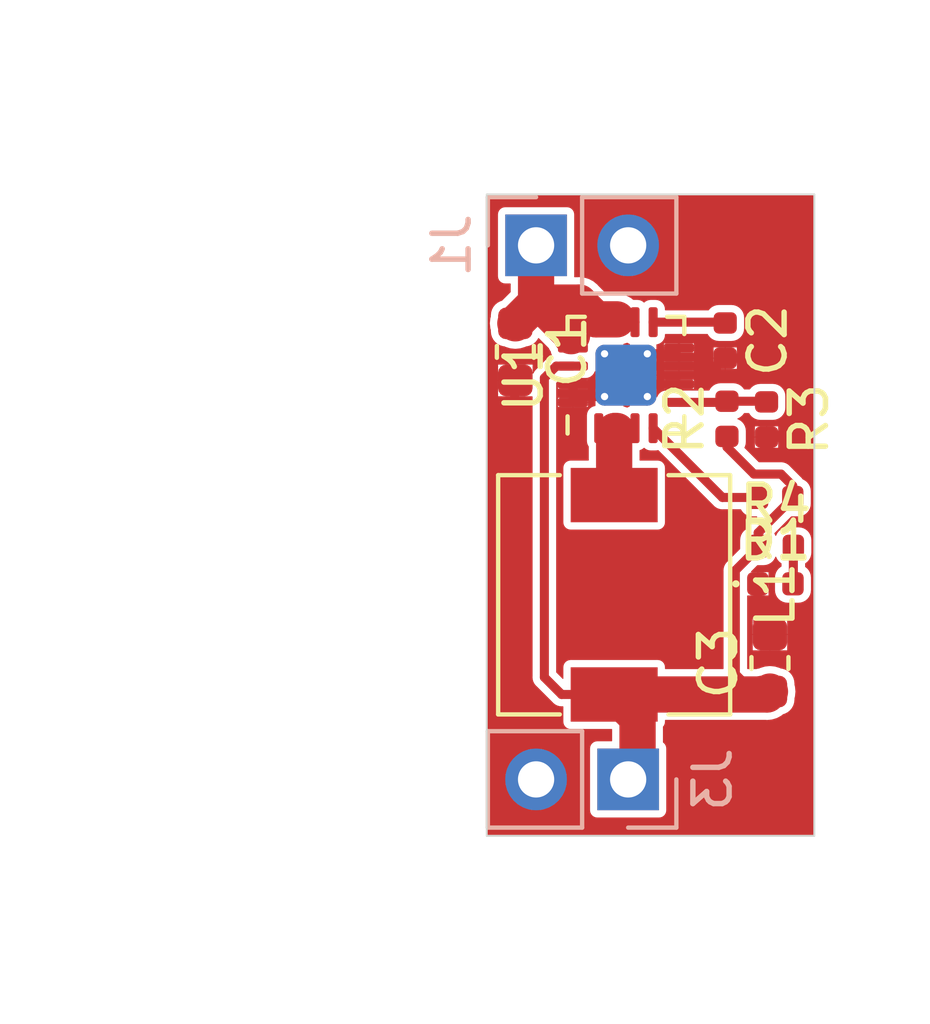
<source format=kicad_pcb>
(kicad_pcb (version 20171130) (host pcbnew 5.1.5-52549c5~84~ubuntu18.04.1)

  (general
    (thickness 1.6)
    (drawings 9)
    (tracks 70)
    (zones 0)
    (modules 12)
    (nets 9)
  )

  (page A4)
  (layers
    (0 F.Cu signal)
    (31 B.Cu signal)
    (32 B.Adhes user)
    (33 F.Adhes user)
    (34 B.Paste user)
    (35 F.Paste user)
    (36 B.SilkS user)
    (37 F.SilkS user)
    (38 B.Mask user)
    (39 F.Mask user)
    (40 Dwgs.User user)
    (41 Cmts.User user)
    (42 Eco1.User user)
    (43 Eco2.User user)
    (44 Edge.Cuts user)
    (45 Margin user)
    (46 B.CrtYd user)
    (47 F.CrtYd user)
    (48 B.Fab user)
    (49 F.Fab user)
  )

  (setup
    (last_trace_width 0.25)
    (user_trace_width 0.8)
    (user_trace_width 1)
    (user_trace_width 2)
    (trace_clearance 0.2)
    (zone_clearance 0)
    (zone_45_only no)
    (trace_min 0.2)
    (via_size 0.8)
    (via_drill 0.4)
    (via_min_size 0.4)
    (via_min_drill 0.3)
    (uvia_size 0.3)
    (uvia_drill 0.1)
    (uvias_allowed no)
    (uvia_min_size 0.2)
    (uvia_min_drill 0.1)
    (edge_width 0.05)
    (segment_width 0.2)
    (pcb_text_width 0.3)
    (pcb_text_size 1.5 1.5)
    (mod_edge_width 0.12)
    (mod_text_size 1 1)
    (mod_text_width 0.15)
    (pad_size 1.524 1.524)
    (pad_drill 0.762)
    (pad_to_mask_clearance 0.051)
    (solder_mask_min_width 0.25)
    (aux_axis_origin 0 0)
    (visible_elements FFFFFF7F)
    (pcbplotparams
      (layerselection 0x010fc_ffffffff)
      (usegerberextensions false)
      (usegerberattributes false)
      (usegerberadvancedattributes false)
      (creategerberjobfile false)
      (excludeedgelayer true)
      (linewidth 0.100000)
      (plotframeref false)
      (viasonmask false)
      (mode 1)
      (useauxorigin false)
      (hpglpennumber 1)
      (hpglpenspeed 20)
      (hpglpendiameter 15.000000)
      (psnegative false)
      (psa4output false)
      (plotreference true)
      (plotvalue true)
      (plotinvisibletext false)
      (padsonsilk false)
      (subtractmaskfromsilk false)
      (outputformat 1)
      (mirror false)
      (drillshape 1)
      (scaleselection 1)
      (outputdirectory ""))
  )

  (net 0 "")
  (net 1 "Net-(C2-Pad1)")
  (net 2 "Net-(C3-Pad1)")
  (net 3 "Net-(D1-Pad2)")
  (net 4 "Net-(L1-Pad1)")
  (net 5 "Net-(R1-Pad2)")
  (net 6 Earth)
  (net 7 /3V3_IN)
  (net 8 "Net-(R2-Pad2)")

  (net_class Default "This is the default net class."
    (clearance 0.2)
    (trace_width 0.25)
    (via_dia 0.8)
    (via_drill 0.4)
    (uvia_dia 0.3)
    (uvia_drill 0.1)
    (add_net /3V3_IN)
    (add_net Earth)
    (add_net "Net-(C2-Pad1)")
    (add_net "Net-(C3-Pad1)")
    (add_net "Net-(D1-Pad2)")
    (add_net "Net-(L1-Pad1)")
    (add_net "Net-(R1-Pad2)")
    (add_net "Net-(R2-Pad2)")
  )

  (module Resistor_SMD:R_0402_1005Metric (layer F.Cu) (tedit 5B301BBD) (tstamp 5DF37F99)
    (at 147.32762 100.56128 270)
    (descr "Resistor SMD 0402 (1005 Metric), square (rectangular) end terminal, IPC_7351 nominal, (Body size source: http://www.tortai-tech.com/upload/download/2011102023233369053.pdf), generated with kicad-footprint-generator")
    (tags resistor)
    (path /5DF5A1AE)
    (attr smd)
    (fp_text reference R3 (at 0 -1.17 90) (layer F.SilkS)
      (effects (font (size 1 1) (thickness 0.15)))
    )
    (fp_text value 120k (at 0 1.17 90) (layer F.Fab)
      (effects (font (size 1 1) (thickness 0.15)))
    )
    (fp_text user %R (at 0 0 90) (layer F.Fab)
      (effects (font (size 0.25 0.25) (thickness 0.04)))
    )
    (fp_line (start 0.93 0.47) (end -0.93 0.47) (layer F.CrtYd) (width 0.05))
    (fp_line (start 0.93 -0.47) (end 0.93 0.47) (layer F.CrtYd) (width 0.05))
    (fp_line (start -0.93 -0.47) (end 0.93 -0.47) (layer F.CrtYd) (width 0.05))
    (fp_line (start -0.93 0.47) (end -0.93 -0.47) (layer F.CrtYd) (width 0.05))
    (fp_line (start 0.5 0.25) (end -0.5 0.25) (layer F.Fab) (width 0.1))
    (fp_line (start 0.5 -0.25) (end 0.5 0.25) (layer F.Fab) (width 0.1))
    (fp_line (start -0.5 -0.25) (end 0.5 -0.25) (layer F.Fab) (width 0.1))
    (fp_line (start -0.5 0.25) (end -0.5 -0.25) (layer F.Fab) (width 0.1))
    (pad 2 smd roundrect (at 0.485 0 270) (size 0.59 0.64) (layers F.Cu F.Paste F.Mask) (roundrect_rratio 0.25)
      (net 6 Earth))
    (pad 1 smd roundrect (at -0.485 0 270) (size 0.59 0.64) (layers F.Cu F.Paste F.Mask) (roundrect_rratio 0.25)
      (net 8 "Net-(R2-Pad2)"))
    (model ${KISYS3DMOD}/Resistor_SMD.3dshapes/R_0402_1005Metric.wrl
      (at (xyz 0 0 0))
      (scale (xyz 1 1 1))
      (rotate (xyz 0 0 0))
    )
  )

  (module Resistor_SMD:R_0402_1005Metric (layer F.Cu) (tedit 5B301BBD) (tstamp 5DF37E70)
    (at 146.23542 100.54322 90)
    (descr "Resistor SMD 0402 (1005 Metric), square (rectangular) end terminal, IPC_7351 nominal, (Body size source: http://www.tortai-tech.com/upload/download/2011102023233369053.pdf), generated with kicad-footprint-generator")
    (tags resistor)
    (path /5DF59297)
    (attr smd)
    (fp_text reference R2 (at 0 -1.17 90) (layer F.SilkS)
      (effects (font (size 1 1) (thickness 0.15)))
    )
    (fp_text value 150k (at 0 1.17 90) (layer F.Fab)
      (effects (font (size 1 1) (thickness 0.15)))
    )
    (fp_text user %R (at 0 0 90) (layer F.Fab)
      (effects (font (size 0.25 0.25) (thickness 0.04)))
    )
    (fp_line (start 0.93 0.47) (end -0.93 0.47) (layer F.CrtYd) (width 0.05))
    (fp_line (start 0.93 -0.47) (end 0.93 0.47) (layer F.CrtYd) (width 0.05))
    (fp_line (start -0.93 -0.47) (end 0.93 -0.47) (layer F.CrtYd) (width 0.05))
    (fp_line (start -0.93 0.47) (end -0.93 -0.47) (layer F.CrtYd) (width 0.05))
    (fp_line (start 0.5 0.25) (end -0.5 0.25) (layer F.Fab) (width 0.1))
    (fp_line (start 0.5 -0.25) (end 0.5 0.25) (layer F.Fab) (width 0.1))
    (fp_line (start -0.5 -0.25) (end 0.5 -0.25) (layer F.Fab) (width 0.1))
    (fp_line (start -0.5 0.25) (end -0.5 -0.25) (layer F.Fab) (width 0.1))
    (pad 2 smd roundrect (at 0.485 0 90) (size 0.59 0.64) (layers F.Cu F.Paste F.Mask) (roundrect_rratio 0.25)
      (net 8 "Net-(R2-Pad2)"))
    (pad 1 smd roundrect (at -0.485 0 90) (size 0.59 0.64) (layers F.Cu F.Paste F.Mask) (roundrect_rratio 0.25)
      (net 2 "Net-(C3-Pad1)"))
    (model ${KISYS3DMOD}/Resistor_SMD.3dshapes/R_0402_1005Metric.wrl
      (at (xyz 0 0 0))
      (scale (xyz 1 1 1))
      (rotate (xyz 0 0 0))
    )
  )

  (module Package_DFN_QFN:VQFN-16-1EP_3x3mm_P0.5mm_EP1.68x1.68mm_ThermalVias (layer F.Cu) (tedit 5C1D3F32) (tstamp 5DF37ED2)
    (at 143.44904 99.3394 90)
    (descr "VQFN, 16 Pin (http://www.ti.com/lit/ds/symlink/tlv62095.pdf), generated with kicad-footprint-generator ipc_dfn_qfn_generator.py")
    (tags "VQFN DFN_QFN")
    (path /5DF6B487)
    (attr smd)
    (fp_text reference U1 (at 0 -2.82 90) (layer F.SilkS)
      (effects (font (size 1 1) (thickness 0.15)))
    )
    (fp_text value TPS62140 (at 0 2.82 90) (layer F.Fab)
      (effects (font (size 1 1) (thickness 0.15)))
    )
    (fp_text user %R (at 0.12192 0.03302 90) (layer F.Fab)
      (effects (font (size 0.75 0.75) (thickness 0.11)))
    )
    (fp_line (start 2.12 -2.12) (end -2.12 -2.12) (layer F.CrtYd) (width 0.05))
    (fp_line (start 2.12 2.12) (end 2.12 -2.12) (layer F.CrtYd) (width 0.05))
    (fp_line (start -2.12 2.12) (end 2.12 2.12) (layer F.CrtYd) (width 0.05))
    (fp_line (start -2.12 -2.12) (end -2.12 2.12) (layer F.CrtYd) (width 0.05))
    (fp_line (start -1.5 -0.75) (end -0.75 -1.5) (layer F.Fab) (width 0.1))
    (fp_line (start -1.5 1.5) (end -1.5 -0.75) (layer F.Fab) (width 0.1))
    (fp_line (start 1.5 1.5) (end -1.5 1.5) (layer F.Fab) (width 0.1))
    (fp_line (start 1.5 -1.5) (end 1.5 1.5) (layer F.Fab) (width 0.1))
    (fp_line (start -0.75 -1.5) (end 1.5 -1.5) (layer F.Fab) (width 0.1))
    (fp_line (start -1.135 -1.61) (end -1.61 -1.61) (layer F.SilkS) (width 0.12))
    (fp_line (start 1.61 1.61) (end 1.61 1.135) (layer F.SilkS) (width 0.12))
    (fp_line (start 1.135 1.61) (end 1.61 1.61) (layer F.SilkS) (width 0.12))
    (fp_line (start -1.61 1.61) (end -1.61 1.135) (layer F.SilkS) (width 0.12))
    (fp_line (start -1.135 1.61) (end -1.61 1.61) (layer F.SilkS) (width 0.12))
    (fp_line (start 1.61 -1.61) (end 1.61 -1.135) (layer F.SilkS) (width 0.12))
    (fp_line (start 1.135 -1.61) (end 1.61 -1.61) (layer F.SilkS) (width 0.12))
    (pad 16 smd roundrect (at -0.75 -1.4625 90) (size 0.25 0.825) (layers F.Cu F.Paste F.Mask) (roundrect_rratio 0.25)
      (net 6 Earth))
    (pad 15 smd roundrect (at -0.25 -1.4625 90) (size 0.25 0.825) (layers F.Cu F.Paste F.Mask) (roundrect_rratio 0.25)
      (net 6 Earth))
    (pad 14 smd roundrect (at 0.25 -1.4625 90) (size 0.25 0.825) (layers F.Cu F.Paste F.Mask) (roundrect_rratio 0.25)
      (net 2 "Net-(C3-Pad1)"))
    (pad 13 smd roundrect (at 0.75 -1.4625 90) (size 0.25 0.825) (layers F.Cu F.Paste F.Mask) (roundrect_rratio 0.25)
      (net 7 /3V3_IN))
    (pad 12 smd roundrect (at 1.4625 -0.75 90) (size 0.825 0.25) (layers F.Cu F.Paste F.Mask) (roundrect_rratio 0.25)
      (net 7 /3V3_IN))
    (pad 11 smd roundrect (at 1.4625 -0.25 90) (size 0.825 0.25) (layers F.Cu F.Paste F.Mask) (roundrect_rratio 0.25)
      (net 7 /3V3_IN))
    (pad 10 smd roundrect (at 1.4625 0.25 90) (size 0.825 0.25) (layers F.Cu F.Paste F.Mask) (roundrect_rratio 0.25)
      (net 7 /3V3_IN))
    (pad 9 smd roundrect (at 1.4625 0.75 90) (size 0.825 0.25) (layers F.Cu F.Paste F.Mask) (roundrect_rratio 0.25)
      (net 1 "Net-(C2-Pad1)"))
    (pad 8 smd roundrect (at 0.75 1.4625 90) (size 0.25 0.825) (layers F.Cu F.Paste F.Mask) (roundrect_rratio 0.25)
      (net 6 Earth))
    (pad 7 smd roundrect (at 0.25 1.4625 90) (size 0.25 0.825) (layers F.Cu F.Paste F.Mask) (roundrect_rratio 0.25)
      (net 6 Earth))
    (pad 6 smd roundrect (at -0.25 1.4625 90) (size 0.25 0.825) (layers F.Cu F.Paste F.Mask) (roundrect_rratio 0.25)
      (net 6 Earth))
    (pad 5 smd roundrect (at -0.75 1.4625 90) (size 0.25 0.825) (layers F.Cu F.Paste F.Mask) (roundrect_rratio 0.25)
      (net 8 "Net-(R2-Pad2)"))
    (pad 4 smd roundrect (at -1.4625 0.75 90) (size 0.825 0.25) (layers F.Cu F.Paste F.Mask) (roundrect_rratio 0.25)
      (net 5 "Net-(R1-Pad2)"))
    (pad 3 smd roundrect (at -1.4625 0.25 90) (size 0.825 0.25) (layers F.Cu F.Paste F.Mask) (roundrect_rratio 0.25)
      (net 4 "Net-(L1-Pad1)"))
    (pad 2 smd roundrect (at -1.4625 -0.25 90) (size 0.825 0.25) (layers F.Cu F.Paste F.Mask) (roundrect_rratio 0.25)
      (net 4 "Net-(L1-Pad1)"))
    (pad 1 smd roundrect (at -1.4625 -0.75 90) (size 0.825 0.25) (layers F.Cu F.Paste F.Mask) (roundrect_rratio 0.25)
      (net 4 "Net-(L1-Pad1)"))
    (pad "" smd roundrect (at 0.42 0.42 90) (size 0.73 0.73) (layers F.Paste) (roundrect_rratio 0.25))
    (pad "" smd roundrect (at 0.42 -0.42 90) (size 0.73 0.73) (layers F.Paste) (roundrect_rratio 0.25))
    (pad "" smd roundrect (at -0.42 0.42 90) (size 0.73 0.73) (layers F.Paste) (roundrect_rratio 0.25))
    (pad "" smd roundrect (at -0.42 -0.42 90) (size 0.73 0.73) (layers F.Paste) (roundrect_rratio 0.25))
    (pad 17 smd roundrect (at 0 0 90) (size 1.68 1.68) (layers B.Cu) (roundrect_rratio 0.14881)
      (net 6 Earth))
    (pad 17 thru_hole circle (at 0.59 0.59 90) (size 0.5 0.5) (drill 0.2) (layers *.Cu)
      (net 6 Earth))
    (pad 17 thru_hole circle (at -0.59 0.59 90) (size 0.5 0.5) (drill 0.2) (layers *.Cu)
      (net 6 Earth))
    (pad 17 thru_hole circle (at 0.59 -0.59 90) (size 0.5 0.5) (drill 0.2) (layers *.Cu)
      (net 6 Earth))
    (pad 17 thru_hole circle (at -0.59 -0.59 90) (size 0.5 0.5) (drill 0.2) (layers *.Cu)
      (net 6 Earth))
    (pad 17 smd roundrect (at 0 0 90) (size 1.68 1.68) (layers F.Cu F.Mask) (roundrect_rratio 0.14881)
      (net 6 Earth))
    (model ${KISYS3DMOD}/Package_DFN_QFN.3dshapes/VQFN-16-1EP_3x3mm_P0.5mm_EP1.68x1.68mm.wrl
      (at (xyz 0 0 0))
      (scale (xyz 1 1 1))
      (rotate (xyz 0 0 0))
    )
  )

  (module Resistor_SMD:R_0402_1005Metric (layer F.Cu) (tedit 5B301BBD) (tstamp 5DF37E10)
    (at 147.58148 104.05872)
    (descr "Resistor SMD 0402 (1005 Metric), square (rectangular) end terminal, IPC_7351 nominal, (Body size source: http://www.tortai-tech.com/upload/download/2011102023233369053.pdf), generated with kicad-footprint-generator")
    (tags resistor)
    (path /5DF5DF4F)
    (attr smd)
    (fp_text reference R4 (at 0 -1.17) (layer F.SilkS)
      (effects (font (size 1 1) (thickness 0.15)))
    )
    (fp_text value 470 (at 0 1.17) (layer F.Fab)
      (effects (font (size 1 1) (thickness 0.15)))
    )
    (fp_text user %R (at 0 0) (layer F.Fab)
      (effects (font (size 0.25 0.25) (thickness 0.04)))
    )
    (fp_line (start 0.93 0.47) (end -0.93 0.47) (layer F.CrtYd) (width 0.05))
    (fp_line (start 0.93 -0.47) (end 0.93 0.47) (layer F.CrtYd) (width 0.05))
    (fp_line (start -0.93 -0.47) (end 0.93 -0.47) (layer F.CrtYd) (width 0.05))
    (fp_line (start -0.93 0.47) (end -0.93 -0.47) (layer F.CrtYd) (width 0.05))
    (fp_line (start 0.5 0.25) (end -0.5 0.25) (layer F.Fab) (width 0.1))
    (fp_line (start 0.5 -0.25) (end 0.5 0.25) (layer F.Fab) (width 0.1))
    (fp_line (start -0.5 -0.25) (end 0.5 -0.25) (layer F.Fab) (width 0.1))
    (fp_line (start -0.5 0.25) (end -0.5 -0.25) (layer F.Fab) (width 0.1))
    (pad 2 smd roundrect (at 0.485 0) (size 0.59 0.64) (layers F.Cu F.Paste F.Mask) (roundrect_rratio 0.25)
      (net 3 "Net-(D1-Pad2)"))
    (pad 1 smd roundrect (at -0.485 0) (size 0.59 0.64) (layers F.Cu F.Paste F.Mask) (roundrect_rratio 0.25)
      (net 2 "Net-(C3-Pad1)"))
    (model ${KISYS3DMOD}/Resistor_SMD.3dshapes/R_0402_1005Metric.wrl
      (at (xyz 0 0 0))
      (scale (xyz 1 1 1))
      (rotate (xyz 0 0 0))
    )
  )

  (module Resistor_SMD:R_0402_1005Metric (layer F.Cu) (tedit 5B301BBD) (tstamp 5DF37DE6)
    (at 147.56624 102.71252 180)
    (descr "Resistor SMD 0402 (1005 Metric), square (rectangular) end terminal, IPC_7351 nominal, (Body size source: http://www.tortai-tech.com/upload/download/2011102023233369053.pdf), generated with kicad-footprint-generator")
    (tags resistor)
    (path /5DA92854)
    (attr smd)
    (fp_text reference R1 (at 0 -1.17) (layer F.SilkS)
      (effects (font (size 1 1) (thickness 0.15)))
    )
    (fp_text value 100k (at 0 1.17) (layer F.Fab)
      (effects (font (size 1 1) (thickness 0.15)))
    )
    (fp_text user %R (at 0 0) (layer F.Fab)
      (effects (font (size 0.25 0.25) (thickness 0.04)))
    )
    (fp_line (start 0.93 0.47) (end -0.93 0.47) (layer F.CrtYd) (width 0.05))
    (fp_line (start 0.93 -0.47) (end 0.93 0.47) (layer F.CrtYd) (width 0.05))
    (fp_line (start -0.93 -0.47) (end 0.93 -0.47) (layer F.CrtYd) (width 0.05))
    (fp_line (start -0.93 0.47) (end -0.93 -0.47) (layer F.CrtYd) (width 0.05))
    (fp_line (start 0.5 0.25) (end -0.5 0.25) (layer F.Fab) (width 0.1))
    (fp_line (start 0.5 -0.25) (end 0.5 0.25) (layer F.Fab) (width 0.1))
    (fp_line (start -0.5 -0.25) (end 0.5 -0.25) (layer F.Fab) (width 0.1))
    (fp_line (start -0.5 0.25) (end -0.5 -0.25) (layer F.Fab) (width 0.1))
    (pad 2 smd roundrect (at 0.485 0 180) (size 0.59 0.64) (layers F.Cu F.Paste F.Mask) (roundrect_rratio 0.25)
      (net 5 "Net-(R1-Pad2)"))
    (pad 1 smd roundrect (at -0.485 0 180) (size 0.59 0.64) (layers F.Cu F.Paste F.Mask) (roundrect_rratio 0.25)
      (net 2 "Net-(C3-Pad1)"))
    (model ${KISYS3DMOD}/Resistor_SMD.3dshapes/R_0402_1005Metric.wrl
      (at (xyz 0 0 0))
      (scale (xyz 1 1 1))
      (rotate (xyz 0 0 0))
    )
  )

  (module Inductor_SMD:L_6.3x6.3_H3 (layer F.Cu) (tedit 5990349C) (tstamp 5DF37D18)
    (at 143.12392 105.3973 270)
    (descr "Choke, SMD, 6.3x6.3mm 3mm height")
    (tags "Choke SMD")
    (path /5DA7588E)
    (attr smd)
    (fp_text reference L1 (at 0 -4.45 90) (layer F.SilkS)
      (effects (font (size 1 1) (thickness 0.15)))
    )
    (fp_text value 2.2uH (at 0 4.45 90) (layer F.Fab)
      (effects (font (size 1 1) (thickness 0.15)))
    )
    (fp_arc (start 0 0) (end 1.91 1.91) (angle 90) (layer F.Fab) (width 0.1))
    (fp_arc (start 0 0) (end -1.91 -1.91) (angle 90) (layer F.Fab) (width 0.1))
    (fp_line (start -3.15 3.15) (end 3.15 3.15) (layer F.Fab) (width 0.1))
    (fp_line (start -3.15 -3.15) (end 3.15 -3.15) (layer F.Fab) (width 0.1))
    (fp_line (start -3.15 -3.15) (end -3.15 -1.5) (layer F.Fab) (width 0.1))
    (fp_line (start -3.15 3.15) (end -3.15 1.5) (layer F.Fab) (width 0.1))
    (fp_line (start 3.15 -3.15) (end 3.15 -1.5) (layer F.Fab) (width 0.1))
    (fp_line (start 3.15 3.15) (end 3.15 1.5) (layer F.Fab) (width 0.1))
    (fp_line (start 3.75 -3.4) (end -3.75 -3.4) (layer F.CrtYd) (width 0.05))
    (fp_line (start 3.75 3.4) (end 3.75 -3.4) (layer F.CrtYd) (width 0.05))
    (fp_line (start -3.75 3.4) (end 3.75 3.4) (layer F.CrtYd) (width 0.05))
    (fp_line (start -3.75 -3.4) (end -3.75 3.4) (layer F.CrtYd) (width 0.05))
    (fp_line (start 3.3 -3.2) (end 3.3 -1.5) (layer F.SilkS) (width 0.12))
    (fp_line (start -3.3 -3.2) (end 3.3 -3.2) (layer F.SilkS) (width 0.12))
    (fp_line (start -3.3 -1.5) (end -3.3 -3.2) (layer F.SilkS) (width 0.12))
    (fp_line (start -3.3 3.2) (end -3.3 1.5) (layer F.SilkS) (width 0.12))
    (fp_line (start 3.3 3.2) (end -3.3 3.2) (layer F.SilkS) (width 0.12))
    (fp_line (start 3.3 1.5) (end 3.3 3.2) (layer F.SilkS) (width 0.12))
    (fp_text user %R (at 0 0 90) (layer F.Fab)
      (effects (font (size 1 1) (thickness 0.15)))
    )
    (pad 2 smd rect (at 2.75 0 270) (size 1.5 2.4) (layers F.Cu F.Paste F.Mask)
      (net 2 "Net-(C3-Pad1)"))
    (pad 1 smd rect (at -2.75 0 270) (size 1.5 2.4) (layers F.Cu F.Paste F.Mask)
      (net 4 "Net-(L1-Pad1)"))
    (model ${KISYS3DMOD}/Inductor_SMD.3dshapes/L_6.3x6.3_H3.wrl
      (at (xyz 0 0 0))
      (scale (xyz 1 1 1))
      (rotate (xyz 0 0 0))
    )
  )

  (module Connector_PinHeader_2.54mm:PinHeader_1x02_P2.54mm_Vertical (layer B.Cu) (tedit 59FED5CC) (tstamp 5DF37D60)
    (at 143.51 110.49 90)
    (descr "Through hole straight pin header, 1x02, 2.54mm pitch, single row")
    (tags "Through hole pin header THT 1x02 2.54mm single row")
    (path /5DF4BBE8)
    (fp_text reference J3 (at 0 2.33 270) (layer B.SilkS)
      (effects (font (size 1 1) (thickness 0.15)) (justify mirror))
    )
    (fp_text value Conn_01x02_Male (at 0 -4.87 270) (layer B.Fab)
      (effects (font (size 1 1) (thickness 0.15)) (justify mirror))
    )
    (fp_text user %R (at 0 -1.27) (layer B.Fab)
      (effects (font (size 1 1) (thickness 0.15)) (justify mirror))
    )
    (fp_line (start 1.8 1.8) (end -1.8 1.8) (layer B.CrtYd) (width 0.05))
    (fp_line (start 1.8 -4.35) (end 1.8 1.8) (layer B.CrtYd) (width 0.05))
    (fp_line (start -1.8 -4.35) (end 1.8 -4.35) (layer B.CrtYd) (width 0.05))
    (fp_line (start -1.8 1.8) (end -1.8 -4.35) (layer B.CrtYd) (width 0.05))
    (fp_line (start -1.33 1.33) (end 0 1.33) (layer B.SilkS) (width 0.12))
    (fp_line (start -1.33 0) (end -1.33 1.33) (layer B.SilkS) (width 0.12))
    (fp_line (start -1.33 -1.27) (end 1.33 -1.27) (layer B.SilkS) (width 0.12))
    (fp_line (start 1.33 -1.27) (end 1.33 -3.87) (layer B.SilkS) (width 0.12))
    (fp_line (start -1.33 -1.27) (end -1.33 -3.87) (layer B.SilkS) (width 0.12))
    (fp_line (start -1.33 -3.87) (end 1.33 -3.87) (layer B.SilkS) (width 0.12))
    (fp_line (start -1.27 0.635) (end -0.635 1.27) (layer B.Fab) (width 0.1))
    (fp_line (start -1.27 -3.81) (end -1.27 0.635) (layer B.Fab) (width 0.1))
    (fp_line (start 1.27 -3.81) (end -1.27 -3.81) (layer B.Fab) (width 0.1))
    (fp_line (start 1.27 1.27) (end 1.27 -3.81) (layer B.Fab) (width 0.1))
    (fp_line (start -0.635 1.27) (end 1.27 1.27) (layer B.Fab) (width 0.1))
    (pad 2 thru_hole oval (at 0 -2.54 90) (size 1.7 1.7) (drill 1) (layers *.Cu *.Mask)
      (net 6 Earth))
    (pad 1 thru_hole rect (at 0 0 90) (size 1.7 1.7) (drill 1) (layers *.Cu *.Mask)
      (net 2 "Net-(C3-Pad1)"))
    (model ${KISYS3DMOD}/Connector_PinHeader_2.54mm.3dshapes/PinHeader_1x02_P2.54mm_Vertical.wrl
      (at (xyz 0 0 0))
      (scale (xyz 1 1 1))
      (rotate (xyz 0 0 0))
    )
  )

  (module Connector_PinHeader_2.54mm:PinHeader_1x02_P2.54mm_Vertical (layer B.Cu) (tedit 59FED5CC) (tstamp 5DF37DAB)
    (at 140.97 95.758 270)
    (descr "Through hole straight pin header, 1x02, 2.54mm pitch, single row")
    (tags "Through hole pin header THT 1x02 2.54mm single row")
    (path /5DF476F9)
    (fp_text reference J1 (at 0 2.33 270) (layer B.SilkS)
      (effects (font (size 1 1) (thickness 0.15)) (justify mirror))
    )
    (fp_text value Conn_01x02_Male (at 0 -4.87 270) (layer B.Fab)
      (effects (font (size 1 1) (thickness 0.15)) (justify mirror))
    )
    (fp_text user %R (at 0 -1.27) (layer B.Fab)
      (effects (font (size 1 1) (thickness 0.15)) (justify mirror))
    )
    (fp_line (start 1.8 1.8) (end -1.8 1.8) (layer B.CrtYd) (width 0.05))
    (fp_line (start 1.8 -4.35) (end 1.8 1.8) (layer B.CrtYd) (width 0.05))
    (fp_line (start -1.8 -4.35) (end 1.8 -4.35) (layer B.CrtYd) (width 0.05))
    (fp_line (start -1.8 1.8) (end -1.8 -4.35) (layer B.CrtYd) (width 0.05))
    (fp_line (start -1.33 1.33) (end 0 1.33) (layer B.SilkS) (width 0.12))
    (fp_line (start -1.33 0) (end -1.33 1.33) (layer B.SilkS) (width 0.12))
    (fp_line (start -1.33 -1.27) (end 1.33 -1.27) (layer B.SilkS) (width 0.12))
    (fp_line (start 1.33 -1.27) (end 1.33 -3.87) (layer B.SilkS) (width 0.12))
    (fp_line (start -1.33 -1.27) (end -1.33 -3.87) (layer B.SilkS) (width 0.12))
    (fp_line (start -1.33 -3.87) (end 1.33 -3.87) (layer B.SilkS) (width 0.12))
    (fp_line (start -1.27 0.635) (end -0.635 1.27) (layer B.Fab) (width 0.1))
    (fp_line (start -1.27 -3.81) (end -1.27 0.635) (layer B.Fab) (width 0.1))
    (fp_line (start 1.27 -3.81) (end -1.27 -3.81) (layer B.Fab) (width 0.1))
    (fp_line (start 1.27 1.27) (end 1.27 -3.81) (layer B.Fab) (width 0.1))
    (fp_line (start -0.635 1.27) (end 1.27 1.27) (layer B.Fab) (width 0.1))
    (pad 2 thru_hole oval (at 0 -2.54 270) (size 1.7 1.7) (drill 1) (layers *.Cu *.Mask)
      (net 6 Earth))
    (pad 1 thru_hole rect (at 0 0 270) (size 1.7 1.7) (drill 1) (layers *.Cu *.Mask)
      (net 7 /3V3_IN))
    (model ${KISYS3DMOD}/Connector_PinHeader_2.54mm.3dshapes/PinHeader_1x02_P2.54mm_Vertical.wrl
      (at (xyz 0 0 0))
      (scale (xyz 1 1 1))
      (rotate (xyz 0 0 0))
    )
  )

  (module LED_SMD:LED_0402_1005Metric (layer F.Cu) (tedit 5B301BBE) (tstamp 5DF37F69)
    (at 147.5716 105.09504)
    (descr "LED SMD 0402 (1005 Metric), square (rectangular) end terminal, IPC_7351 nominal, (Body size source: http://www.tortai-tech.com/upload/download/2011102023233369053.pdf), generated with kicad-footprint-generator")
    (tags LED)
    (path /5DF5E82A)
    (attr smd)
    (fp_text reference D1 (at 0 -1.17) (layer F.SilkS)
      (effects (font (size 1 1) (thickness 0.15)))
    )
    (fp_text value LED (at 0 1.17) (layer F.Fab)
      (effects (font (size 1 1) (thickness 0.15)))
    )
    (fp_text user %R (at 0 0) (layer F.Fab)
      (effects (font (size 0.25 0.25) (thickness 0.04)))
    )
    (fp_line (start 0.93 0.47) (end -0.93 0.47) (layer F.CrtYd) (width 0.05))
    (fp_line (start 0.93 -0.47) (end 0.93 0.47) (layer F.CrtYd) (width 0.05))
    (fp_line (start -0.93 -0.47) (end 0.93 -0.47) (layer F.CrtYd) (width 0.05))
    (fp_line (start -0.93 0.47) (end -0.93 -0.47) (layer F.CrtYd) (width 0.05))
    (fp_line (start -0.3 0.25) (end -0.3 -0.25) (layer F.Fab) (width 0.1))
    (fp_line (start -0.4 0.25) (end -0.4 -0.25) (layer F.Fab) (width 0.1))
    (fp_line (start 0.5 0.25) (end -0.5 0.25) (layer F.Fab) (width 0.1))
    (fp_line (start 0.5 -0.25) (end 0.5 0.25) (layer F.Fab) (width 0.1))
    (fp_line (start -0.5 -0.25) (end 0.5 -0.25) (layer F.Fab) (width 0.1))
    (fp_line (start -0.5 0.25) (end -0.5 -0.25) (layer F.Fab) (width 0.1))
    (fp_circle (center -1.09 0) (end -1.04 0) (layer F.SilkS) (width 0.1))
    (pad 2 smd roundrect (at 0.485 0) (size 0.59 0.64) (layers F.Cu F.Paste F.Mask) (roundrect_rratio 0.25)
      (net 3 "Net-(D1-Pad2)"))
    (pad 1 smd roundrect (at -0.485 0) (size 0.59 0.64) (layers F.Cu F.Paste F.Mask) (roundrect_rratio 0.25)
      (net 6 Earth))
    (model ${KISYS3DMOD}/LED_SMD.3dshapes/LED_0402_1005Metric.wrl
      (at (xyz 0 0 0))
      (scale (xyz 1 1 1))
      (rotate (xyz 0 0 0))
    )
  )

  (module Capacitor_SMD:C_0603_1608Metric (layer F.Cu) (tedit 5B301BBE) (tstamp 5DF37E3C)
    (at 147.4216 107.27934 90)
    (descr "Capacitor SMD 0603 (1608 Metric), square (rectangular) end terminal, IPC_7351 nominal, (Body size source: http://www.tortai-tech.com/upload/download/2011102023233369053.pdf), generated with kicad-footprint-generator")
    (tags capacitor)
    (path /5DAA5D8F)
    (attr smd)
    (fp_text reference C3 (at 0 -1.43 90) (layer F.SilkS)
      (effects (font (size 1 1) (thickness 0.15)))
    )
    (fp_text value 22u (at 0 1.43 90) (layer F.Fab)
      (effects (font (size 1 1) (thickness 0.15)))
    )
    (fp_text user %R (at 0 0 90) (layer F.Fab)
      (effects (font (size 0.4 0.4) (thickness 0.06)))
    )
    (fp_line (start 1.48 0.73) (end -1.48 0.73) (layer F.CrtYd) (width 0.05))
    (fp_line (start 1.48 -0.73) (end 1.48 0.73) (layer F.CrtYd) (width 0.05))
    (fp_line (start -1.48 -0.73) (end 1.48 -0.73) (layer F.CrtYd) (width 0.05))
    (fp_line (start -1.48 0.73) (end -1.48 -0.73) (layer F.CrtYd) (width 0.05))
    (fp_line (start -0.162779 0.51) (end 0.162779 0.51) (layer F.SilkS) (width 0.12))
    (fp_line (start -0.162779 -0.51) (end 0.162779 -0.51) (layer F.SilkS) (width 0.12))
    (fp_line (start 0.8 0.4) (end -0.8 0.4) (layer F.Fab) (width 0.1))
    (fp_line (start 0.8 -0.4) (end 0.8 0.4) (layer F.Fab) (width 0.1))
    (fp_line (start -0.8 -0.4) (end 0.8 -0.4) (layer F.Fab) (width 0.1))
    (fp_line (start -0.8 0.4) (end -0.8 -0.4) (layer F.Fab) (width 0.1))
    (pad 2 smd roundrect (at 0.7875 0 90) (size 0.875 0.95) (layers F.Cu F.Paste F.Mask) (roundrect_rratio 0.25)
      (net 6 Earth))
    (pad 1 smd roundrect (at -0.7875 0 90) (size 0.875 0.95) (layers F.Cu F.Paste F.Mask) (roundrect_rratio 0.25)
      (net 2 "Net-(C3-Pad1)"))
    (model ${KISYS3DMOD}/Capacitor_SMD.3dshapes/C_0603_1608Metric.wrl
      (at (xyz 0 0 0))
      (scale (xyz 1 1 1))
      (rotate (xyz 0 0 0))
    )
  )

  (module Capacitor_SMD:C_0402_1005Metric (layer F.Cu) (tedit 5B301BBE) (tstamp 5DF37F3C)
    (at 146.18716 98.3845 270)
    (descr "Capacitor SMD 0402 (1005 Metric), square (rectangular) end terminal, IPC_7351 nominal, (Body size source: http://www.tortai-tech.com/upload/download/2011102023233369053.pdf), generated with kicad-footprint-generator")
    (tags capacitor)
    (path /5DAEA6EB)
    (attr smd)
    (fp_text reference C2 (at 0 -1.17 90) (layer F.SilkS)
      (effects (font (size 1 1) (thickness 0.15)))
    )
    (fp_text value 2n2 (at 0 1.17 90) (layer F.Fab)
      (effects (font (size 1 1) (thickness 0.15)))
    )
    (fp_text user %R (at 0 0 90) (layer F.Fab)
      (effects (font (size 0.25 0.25) (thickness 0.04)))
    )
    (fp_line (start 0.93 0.47) (end -0.93 0.47) (layer F.CrtYd) (width 0.05))
    (fp_line (start 0.93 -0.47) (end 0.93 0.47) (layer F.CrtYd) (width 0.05))
    (fp_line (start -0.93 -0.47) (end 0.93 -0.47) (layer F.CrtYd) (width 0.05))
    (fp_line (start -0.93 0.47) (end -0.93 -0.47) (layer F.CrtYd) (width 0.05))
    (fp_line (start 0.5 0.25) (end -0.5 0.25) (layer F.Fab) (width 0.1))
    (fp_line (start 0.5 -0.25) (end 0.5 0.25) (layer F.Fab) (width 0.1))
    (fp_line (start -0.5 -0.25) (end 0.5 -0.25) (layer F.Fab) (width 0.1))
    (fp_line (start -0.5 0.25) (end -0.5 -0.25) (layer F.Fab) (width 0.1))
    (pad 2 smd roundrect (at 0.485 0 270) (size 0.59 0.64) (layers F.Cu F.Paste F.Mask) (roundrect_rratio 0.25)
      (net 6 Earth))
    (pad 1 smd roundrect (at -0.485 0 270) (size 0.59 0.64) (layers F.Cu F.Paste F.Mask) (roundrect_rratio 0.25)
      (net 1 "Net-(C2-Pad1)"))
    (model ${KISYS3DMOD}/Capacitor_SMD.3dshapes/C_0402_1005Metric.wrl
      (at (xyz 0 0 0))
      (scale (xyz 1 1 1))
      (rotate (xyz 0 0 0))
    )
  )

  (module Capacitor_SMD:C_0603_1608Metric (layer F.Cu) (tedit 5B301BBE) (tstamp 5DF37FCB)
    (at 140.3985 98.69678 270)
    (descr "Capacitor SMD 0603 (1608 Metric), square (rectangular) end terminal, IPC_7351 nominal, (Body size source: http://www.tortai-tech.com/upload/download/2011102023233369053.pdf), generated with kicad-footprint-generator")
    (tags capacitor)
    (path /5DAD4F00)
    (attr smd)
    (fp_text reference C1 (at 0 -1.43 270) (layer F.SilkS)
      (effects (font (size 1 1) (thickness 0.15)))
    )
    (fp_text value 10u (at 0 1.43 90) (layer F.Fab)
      (effects (font (size 1 1) (thickness 0.15)))
    )
    (fp_text user %R (at 0 0 90) (layer F.Fab)
      (effects (font (size 0.4 0.4) (thickness 0.06)))
    )
    (fp_line (start 1.48 0.73) (end -1.48 0.73) (layer F.CrtYd) (width 0.05))
    (fp_line (start 1.48 -0.73) (end 1.48 0.73) (layer F.CrtYd) (width 0.05))
    (fp_line (start -1.48 -0.73) (end 1.48 -0.73) (layer F.CrtYd) (width 0.05))
    (fp_line (start -1.48 0.73) (end -1.48 -0.73) (layer F.CrtYd) (width 0.05))
    (fp_line (start -0.162779 0.51) (end 0.162779 0.51) (layer F.SilkS) (width 0.12))
    (fp_line (start -0.162779 -0.51) (end 0.162779 -0.51) (layer F.SilkS) (width 0.12))
    (fp_line (start 0.8 0.4) (end -0.8 0.4) (layer F.Fab) (width 0.1))
    (fp_line (start 0.8 -0.4) (end 0.8 0.4) (layer F.Fab) (width 0.1))
    (fp_line (start -0.8 -0.4) (end 0.8 -0.4) (layer F.Fab) (width 0.1))
    (fp_line (start -0.8 0.4) (end -0.8 -0.4) (layer F.Fab) (width 0.1))
    (pad 2 smd roundrect (at 0.7875 0 270) (size 0.875 0.95) (layers F.Cu F.Paste F.Mask) (roundrect_rratio 0.25)
      (net 6 Earth))
    (pad 1 smd roundrect (at -0.7875 0 270) (size 0.875 0.95) (layers F.Cu F.Paste F.Mask) (roundrect_rratio 0.25)
      (net 7 /3V3_IN))
    (model ${KISYS3DMOD}/Capacitor_SMD.3dshapes/C_0603_1608Metric.wrl
      (at (xyz 0 0 0))
      (scale (xyz 1 1 1))
      (rotate (xyz 0 0 0))
    )
  )

  (dimension 14.94028 (width 0.15) (layer Dwgs.User) (tstamp 5DF37CB7)
    (gr_text "14,940 mm" (at 129.84782 103.19004 270) (layer Dwgs.User) (tstamp 5DF37CB8)
      (effects (font (size 1 1) (thickness 0.15)))
    )
    (feature1 (pts (xy 139.52474 110.66018) (xy 130.561399 110.66018)))
    (feature2 (pts (xy 139.52474 95.7199) (xy 130.561399 95.7199)))
    (crossbar (pts (xy 131.14782 95.7199) (xy 131.14782 110.66018)))
    (arrow1a (pts (xy 131.14782 110.66018) (xy 130.561399 109.533676)))
    (arrow1b (pts (xy 131.14782 110.66018) (xy 131.734241 109.533676)))
    (arrow2a (pts (xy 131.14782 95.7199) (xy 130.561399 96.846404)))
    (arrow2b (pts (xy 131.14782 95.7199) (xy 131.734241 96.846404)))
  )
  (dimension 12.15136 (width 0.15) (layer Dwgs.User) (tstamp 5DF37C6C)
    (gr_text "12,151 mm" (at 135.15642 103.1748 270) (layer Dwgs.User) (tstamp 5DF37C6D)
      (effects (font (size 1 1) (thickness 0.15)))
    )
    (feature1 (pts (xy 139.61364 109.25048) (xy 135.869999 109.25048)))
    (feature2 (pts (xy 139.61364 97.09912) (xy 135.869999 97.09912)))
    (crossbar (pts (xy 136.45642 97.09912) (xy 136.45642 109.25048)))
    (arrow1a (pts (xy 136.45642 109.25048) (xy 135.869999 108.123976)))
    (arrow1b (pts (xy 136.45642 109.25048) (xy 137.042841 108.123976)))
    (arrow2a (pts (xy 136.45642 97.09912) (xy 135.869999 98.225624)))
    (arrow2b (pts (xy 136.45642 97.09912) (xy 137.042841 98.225624)))
  )
  (dimension 9.03224 (width 0.15) (layer Dwgs.User) (tstamp 5DF37CF9)
    (gr_text "9,032 mm" (at 144.12976 114.12934) (layer Dwgs.User) (tstamp 5DF37CFA)
      (effects (font (size 1 1) (thickness 0.15)))
    )
    (feature1 (pts (xy 139.61364 112.04448) (xy 139.61364 113.415761)))
    (feature2 (pts (xy 148.64588 112.04448) (xy 148.64588 113.415761)))
    (crossbar (pts (xy 148.64588 112.82934) (xy 139.61364 112.82934)))
    (arrow1a (pts (xy 139.61364 112.82934) (xy 140.740144 112.242919)))
    (arrow1b (pts (xy 139.61364 112.82934) (xy 140.740144 113.415761)))
    (arrow2a (pts (xy 148.64588 112.82934) (xy 147.519376 112.242919)))
    (arrow2b (pts (xy 148.64588 112.82934) (xy 147.519376 113.415761)))
  )
  (dimension 17.69618 (width 0.15) (layer Dwgs.User) (tstamp 5DF37C96)
    (gr_text "17,696 mm" (at 150.48944 103.20147 270) (layer Dwgs.User) (tstamp 5DF37C97)
      (effects (font (size 1 1) (thickness 0.15)))
    )
    (feature1 (pts (xy 148.64588 112.04956) (xy 149.775861 112.04956)))
    (feature2 (pts (xy 148.64588 94.35338) (xy 149.775861 94.35338)))
    (crossbar (pts (xy 149.18944 94.35338) (xy 149.18944 112.04956)))
    (arrow1a (pts (xy 149.18944 112.04956) (xy 148.603019 110.923056)))
    (arrow1b (pts (xy 149.18944 112.04956) (xy 149.775861 110.923056)))
    (arrow2a (pts (xy 149.18944 94.35338) (xy 148.603019 95.479884)))
    (arrow2b (pts (xy 149.18944 94.35338) (xy 149.775861 95.479884)))
  )
  (gr_line (start 139.60856 94.35592) (end 139.62888 94.35338) (layer Edge.Cuts) (width 0.05) (tstamp 5DF37C4A))
  (gr_line (start 139.60856 112.04702) (end 139.60856 94.35592) (layer Edge.Cuts) (width 0.05) (tstamp 5DF37D94))
  (gr_line (start 148.64588 112.04702) (end 139.60856 112.04702) (layer Edge.Cuts) (width 0.05) (tstamp 5DF37CDA))
  (gr_line (start 148.64588 94.35338) (end 148.64588 112.04702) (layer Edge.Cuts) (width 0.05) (tstamp 5DF37CE9))
  (gr_line (start 139.62888 94.35338) (end 148.64588 94.35338) (layer Edge.Cuts) (width 0.05) (tstamp 5DF37D91))

  (segment (start 146.16456 97.8769) (end 146.18716 97.8995) (width 0.25) (layer F.Cu) (net 1) (tstamp 5DF37CA4))
  (segment (start 144.19904 97.8769) (end 146.16456 97.8769) (width 0.25) (layer F.Cu) (net 1) (tstamp 5DF37CCE))
  (segment (start 141.67392 108.1473) (end 143.12392 108.1473) (width 0.25) (layer F.Cu) (net 2) (tstamp 5DF37C62))
  (segment (start 141.19851 99.416908) (end 141.19851 107.67189) (width 0.25) (layer F.Cu) (net 2) (tstamp 5DF37C7A))
  (segment (start 141.19851 107.67189) (end 141.67392 108.1473) (width 0.25) (layer F.Cu) (net 2) (tstamp 5DF37CC2))
  (segment (start 141.526018 99.0894) (end 141.19851 99.416908) (width 0.25) (layer F.Cu) (net 2) (tstamp 5DF37C80))
  (segment (start 141.98654 99.0894) (end 141.526018 99.0894) (width 0.25) (layer F.Cu) (net 2) (tstamp 5DF37C7D))
  (segment (start 146.97971 102.06751) (end 147.72623 102.06751) (width 0.25) (layer F.Cu) (net 2) (tstamp 5DF37E93))
  (segment (start 148.05124 102.39252) (end 148.05124 102.71252) (width 0.25) (layer F.Cu) (net 2) (tstamp 5DF37CBC))
  (segment (start 147.72623 102.06751) (end 148.05124 102.39252) (width 0.25) (layer F.Cu) (net 2) (tstamp 5DF37CE6))
  (segment (start 146.23542 101.32322) (end 146.97971 102.06751) (width 0.25) (layer F.Cu) (net 2) (tstamp 5DF37CC5))
  (segment (start 146.23542 101.02822) (end 146.23542 101.32322) (width 0.25) (layer F.Cu) (net 2) (tstamp 5DF37C3E))
  (segment (start 148.05124 102.730752) (end 148.05124 102.71252) (width 0.25) (layer F.Cu) (net 2) (tstamp 5DF37C4D))
  (segment (start 147.09648 103.685512) (end 148.05124 102.730752) (width 0.25) (layer F.Cu) (net 2) (tstamp 5DF37E9C))
  (segment (start 147.09648 104.05872) (end 147.09648 103.685512) (width 0.25) (layer F.Cu) (net 2) (tstamp 5DF37E8D))
  (segment (start 147.34114 108.1473) (end 147.4216 108.06684) (width 1) (layer F.Cu) (net 2) (tstamp 5DF37C77))
  (segment (start 143.12392 108.1473) (end 147.34114 108.1473) (width 1) (layer F.Cu) (net 2) (tstamp 5DF37C47))
  (segment (start 143.76908 108.79246) (end 143.12392 108.1473) (width 1) (layer F.Cu) (net 2) (tstamp 5DF37E90))
  (segment (start 143.76908 110.61446) (end 143.76908 108.79246) (width 1) (layer F.Cu) (net 2) (tstamp 5DF37CF2))
  (segment (start 146.46659 104.726818) (end 146.46659 107.58683) (width 0.25) (layer F.Cu) (net 2) (tstamp 5DF37C56))
  (segment (start 147.09648 104.096928) (end 146.46659 104.726818) (width 0.25) (layer F.Cu) (net 2) (tstamp 5DF37C44))
  (segment (start 146.9466 108.06684) (end 147.4216 108.06684) (width 0.25) (layer F.Cu) (net 2) (tstamp 5DF37CFE))
  (segment (start 146.46659 107.58683) (end 146.9466 108.06684) (width 0.25) (layer F.Cu) (net 2) (tstamp 5DF37CEF))
  (segment (start 147.09648 104.05872) (end 147.09648 104.096928) (width 0.25) (layer F.Cu) (net 2) (tstamp 5DF37D8B))
  (segment (start 148.06648 105.08516) (end 148.0566 105.09504) (width 0.25) (layer F.Cu) (net 3) (tstamp 5DF37CF5))
  (segment (start 148.06648 104.05872) (end 148.06648 105.08516) (width 0.25) (layer F.Cu) (net 3) (tstamp 5DF37CE0))
  (segment (start 143.14181 100.87941) (end 143.19904 100.87941) (width 1) (layer F.Cu) (net 4) (tstamp 5DF37E5D))
  (segment (start 143.12392 102.6473) (end 143.12392 100.8973) (width 1) (layer F.Cu) (net 4) (tstamp 5DF37CD4))
  (segment (start 143.12392 100.8973) (end 143.14181 100.87941) (width 1) (layer F.Cu) (net 4) (tstamp 5DF37C92))
  (segment (start 146.10966 102.71252) (end 144.19904 100.8019) (width 0.25) (layer F.Cu) (net 5) (tstamp 5DF37CD7))
  (segment (start 147.08124 102.71252) (end 146.10966 102.71252) (width 0.25) (layer F.Cu) (net 5) (tstamp 5DF37CE3))
  (segment (start 143.19904 99.5894) (end 143.44904 99.3394) (width 0.25) (layer F.Cu) (net 6) (tstamp 5DF37C8F))
  (segment (start 141.98654 99.5894) (end 143.19904 99.5894) (width 0.25) (layer F.Cu) (net 6) (tstamp 5DF37CD1))
  (segment (start 141.98654 100.0894) (end 141.98654 99.5894) (width 0.25) (layer F.Cu) (net 6) (tstamp 5DF37C89))
  (segment (start 143.69904 99.5894) (end 143.44904 99.3394) (width 0.25) (layer F.Cu) (net 6) (tstamp 5DF37C9E))
  (segment (start 144.91154 99.5894) (end 143.69904 99.5894) (width 0.25) (layer F.Cu) (net 6) (tstamp 5DF37CA7))
  (segment (start 143.69904 99.0894) (end 143.44904 99.3394) (width 0.25) (layer F.Cu) (net 6) (tstamp 5DF37C3B))
  (segment (start 144.91154 99.0894) (end 143.69904 99.0894) (width 0.25) (layer F.Cu) (net 6) (tstamp 5DF37CA1))
  (segment (start 145.96726 99.0894) (end 146.18716 98.8695) (width 0.25) (layer F.Cu) (net 6) (tstamp 5DF37FB9))
  (segment (start 144.91154 99.0894) (end 145.96726 99.0894) (width 0.25) (layer F.Cu) (net 6) (tstamp 5DF37CEC))
  (segment (start 146.18716 98.8695) (end 147.54606 98.8695) (width 0.25) (layer F.Cu) (net 6) (tstamp 5DF37C8C))
  (segment (start 147.64762 101.04628) (end 147.32762 101.04628) (width 0.25) (layer F.Cu) (net 6) (tstamp 5DF37E96))
  (segment (start 147.97263 100.72127) (end 147.64762 101.04628) (width 0.25) (layer F.Cu) (net 6) (tstamp 5DF37CC8))
  (segment (start 147.97263 99.29607) (end 147.97263 100.72127) (width 0.25) (layer F.Cu) (net 6) (tstamp 5DF37CDD))
  (segment (start 147.54606 98.8695) (end 147.97263 99.29607) (width 0.25) (layer F.Cu) (net 6) (tstamp 5DF37CB3))
  (segment (start 147.0866 106.15684) (end 147.4216 106.49184) (width 0.25) (layer F.Cu) (net 6) (tstamp 5DF37CAD))
  (segment (start 147.0866 105.09504) (end 147.0866 106.15684) (width 0.25) (layer F.Cu) (net 6) (tstamp 5DF37CAA))
  (segment (start 147.54606 98.270168) (end 147.54606 98.8695) (width 0.25) (layer F.Cu) (net 6) (tstamp 5DF37CBF))
  (segment (start 145.044052 95.76816) (end 147.54606 98.270168) (width 0.25) (layer F.Cu) (net 6) (tstamp 5DF37DD6))
  (segment (start 143.51 95.76816) (end 145.044052 95.76816) (width 0.25) (layer F.Cu) (net 6) (tstamp 5DF37CCB))
  (segment (start 140.379081 99.503699) (end 140.3985 99.48428) (width 0.25) (layer F.Cu) (net 6) (tstamp 5DF37C5C))
  (segment (start 140.379081 109.764461) (end 140.379081 99.503699) (width 0.25) (layer F.Cu) (net 6) (tstamp 5DF37D49))
  (segment (start 141.22908 110.61446) (end 140.379081 109.764461) (width 0.25) (layer F.Cu) (net 6) (tstamp 5DF3812B))
  (segment (start 142.14654 99.9294) (end 142.85904 99.9294) (width 0.25) (layer F.Cu) (net 6) (tstamp 5DF37E60))
  (segment (start 141.98654 100.0894) (end 142.14654 99.9294) (width 0.25) (layer F.Cu) (net 6) (tstamp 5DF37C53))
  (segment (start 144.75154 98.7494) (end 144.03904 98.7494) (width 0.25) (layer F.Cu) (net 6) (tstamp 5DF37C59))
  (segment (start 144.91154 98.5894) (end 144.75154 98.7494) (width 0.25) (layer F.Cu) (net 6) (tstamp 5DF37FB6))
  (segment (start 140.97 97.33778) (end 140.3985 97.90928) (width 1) (layer F.Cu) (net 7) (tstamp 5DF37C41))
  (segment (start 140.97 95.76816) (end 140.97 97.33778) (width 1) (layer F.Cu) (net 7) (tstamp 5DF37C5F))
  (segment (start 142.62153 97.79939) (end 143.19904 97.79939) (width 1) (layer F.Cu) (net 7) (tstamp 5DF37CB0))
  (segment (start 140.97 97.33778) (end 142.15992 97.33778) (width 1) (layer F.Cu) (net 7) (tstamp 5DF37C83))
  (segment (start 142.15992 97.33778) (end 142.62153 97.79939) (width 1) (layer F.Cu) (net 7) (tstamp 5DF37C9B))
  (segment (start 141.960459 98.241979) (end 141.938048 98.26439) (width 1) (layer F.Cu) (net 7) (tstamp 5DF37EA2))
  (segment (start 140.97 97.33778) (end 141.05626 97.33778) (width 1) (layer F.Cu) (net 7) (tstamp 5DF37E9F))
  (segment (start 141.05626 97.33778) (end 141.960459 98.241979) (width 1) (layer F.Cu) (net 7) (tstamp 5DF37E99))
  (segment (start 143.69904 97.8769) (end 143.19904 97.8769) (width 0.25) (layer F.Cu) (net 7) (tstamp 5DF37D8E))
  (segment (start 146.20424 100.0894) (end 146.23542 100.05822) (width 0.25) (layer F.Cu) (net 8) (tstamp 5DF37C71))
  (segment (start 144.91154 100.0894) (end 146.20424 100.0894) (width 0.25) (layer F.Cu) (net 8) (tstamp 5DF37C68))
  (segment (start 147.30956 100.05822) (end 147.32762 100.07628) (width 0.25) (layer F.Cu) (net 8) (tstamp 5DF37C65))
  (segment (start 146.23542 100.05822) (end 147.30956 100.05822) (width 0.25) (layer F.Cu) (net 8) (tstamp 5DF37C74))

  (zone (net 6) (net_name Earth) (layer F.Cu) (tstamp 5DF37C86) (hatch edge 0.508)
    (connect_pads (clearance 0))
    (min_thickness 0.0254)
    (fill yes (arc_segments 32) (thermal_gap 0) (thermal_bridge_width 0.0255))
    (polygon
      (pts
        (xy 150.69312 114.8588) (xy 137.20572 114.8588) (xy 137.20572 91.93022) (xy 150.69312 91.93022)
      )
    )
    (filled_polygon
      (pts
        (xy 148.608181 112.00932) (xy 139.64626 112.00932) (xy 139.64626 110.49005) (xy 140.110475 110.49005) (xy 140.117929 110.625005)
        (xy 140.160639 110.788642) (xy 140.234453 110.940802) (xy 140.336533 111.075638) (xy 140.462957 111.187968) (xy 140.608866 111.273476)
        (xy 140.768654 111.328875) (xy 140.834995 111.342071) (xy 140.96995 111.349525) (xy 140.96995 110.49005) (xy 140.97005 110.49005)
        (xy 140.97005 111.349525) (xy 141.105005 111.342071) (xy 141.171346 111.328875) (xy 141.331134 111.273476) (xy 141.477043 111.187968)
        (xy 141.603467 111.075638) (xy 141.705547 110.940802) (xy 141.779361 110.788642) (xy 141.822071 110.625005) (xy 141.829525 110.49005)
        (xy 140.97005 110.49005) (xy 140.96995 110.49005) (xy 140.110475 110.49005) (xy 139.64626 110.49005) (xy 139.64626 110.48995)
        (xy 140.110475 110.48995) (xy 140.96995 110.48995) (xy 140.97005 110.48995) (xy 141.829525 110.48995) (xy 141.822071 110.354995)
        (xy 141.779361 110.191358) (xy 141.705547 110.039198) (xy 141.603467 109.904362) (xy 141.477043 109.792032) (xy 141.331134 109.706524)
        (xy 141.171346 109.651125) (xy 141.105005 109.637929) (xy 140.97005 109.630475) (xy 140.97005 110.48995) (xy 140.96995 110.48995)
        (xy 140.96995 109.630475) (xy 140.834995 109.637929) (xy 140.768654 109.651125) (xy 140.608866 109.706524) (xy 140.462957 109.792032)
        (xy 140.336533 109.904362) (xy 140.234453 110.039198) (xy 140.160639 110.191358) (xy 140.117929 110.354995) (xy 140.110475 110.48995)
        (xy 139.64626 110.48995) (xy 139.64626 99.92178) (xy 139.910739 99.92178) (xy 139.910984 99.92427) (xy 139.91171 99.926663)
        (xy 139.91289 99.92887) (xy 139.914477 99.930803) (xy 139.91641 99.93239) (xy 139.918617 99.93357) (xy 139.92101 99.934296)
        (xy 139.9235 99.934541) (xy 140.395275 99.93448) (xy 140.39845 99.931305) (xy 140.39845 99.48433) (xy 139.913975 99.48433)
        (xy 139.9108 99.487505) (xy 139.910739 99.92178) (xy 139.64626 99.92178) (xy 139.64626 99.04678) (xy 139.910739 99.04678)
        (xy 139.9108 99.481055) (xy 139.913975 99.48423) (xy 140.39845 99.48423) (xy 140.39845 99.037255) (xy 140.395275 99.03408)
        (xy 139.9235 99.034019) (xy 139.92101 99.034264) (xy 139.918617 99.03499) (xy 139.91641 99.03617) (xy 139.914477 99.037757)
        (xy 139.91289 99.03969) (xy 139.91171 99.041897) (xy 139.910984 99.04429) (xy 139.910739 99.04678) (xy 139.64626 99.04678)
        (xy 139.64626 97.90928) (xy 139.682353 97.90928) (xy 139.696113 98.048992) (xy 139.709771 98.094017) (xy 139.709771 98.12803)
        (xy 139.718081 98.212402) (xy 139.742692 98.293533) (xy 139.782657 98.368302) (xy 139.836441 98.433839) (xy 139.901978 98.487623)
        (xy 139.976747 98.527588) (xy 140.057878 98.552199) (xy 140.096557 98.556009) (xy 140.124443 98.570914) (xy 140.258788 98.611667)
        (xy 140.3985 98.625427) (xy 140.538212 98.611667) (xy 140.672557 98.570914) (xy 140.700443 98.556009) (xy 140.739122 98.552199)
        (xy 140.820253 98.527588) (xy 140.895022 98.487623) (xy 140.960559 98.433839) (xy 141.014343 98.368302) (xy 141.03682 98.32625)
        (xy 141.307873 98.597303) (xy 141.342593 98.662259) (xy 141.363887 98.688206) (xy 141.365619 98.70579) (xy 141.381338 98.757608)
        (xy 141.392235 98.777995) (xy 141.368852 98.790494) (xy 141.337494 98.807255) (xy 141.3089 98.830722) (xy 141.286073 98.849455)
        (xy 141.275502 98.862336) (xy 140.971447 99.166392) (xy 140.958565 99.176964) (xy 140.947996 99.189843) (xy 140.916365 99.228385)
        (xy 140.900745 99.257608) (xy 140.886228 99.284768) (xy 140.886261 99.04678) (xy 140.886016 99.04429) (xy 140.88529 99.041897)
        (xy 140.88411 99.03969) (xy 140.882523 99.037757) (xy 140.88059 99.03617) (xy 140.878383 99.03499) (xy 140.87599 99.034264)
        (xy 140.8735 99.034019) (xy 140.401725 99.03408) (xy 140.39855 99.037255) (xy 140.39855 99.48423) (xy 140.41855 99.48423)
        (xy 140.41855 99.48433) (xy 140.39855 99.48433) (xy 140.39855 99.931305) (xy 140.401725 99.93448) (xy 140.86081 99.934539)
        (xy 140.860811 107.655302) (xy 140.859177 107.67189) (xy 140.86359 107.716687) (xy 140.865698 107.738091) (xy 140.879835 107.784695)
        (xy 140.885008 107.801747) (xy 140.916365 107.860413) (xy 140.931059 107.878317) (xy 140.958566 107.911835) (xy 140.971446 107.922405)
        (xy 141.423404 108.374364) (xy 141.433975 108.387245) (xy 141.456802 108.405978) (xy 141.485396 108.429445) (xy 141.516754 108.446206)
        (xy 141.544063 108.460803) (xy 141.607719 108.480113) (xy 141.657339 108.485) (xy 141.657341 108.485) (xy 141.673919 108.486633)
        (xy 141.690497 108.485) (xy 141.710191 108.485) (xy 141.710191 108.8973) (xy 141.714298 108.938996) (xy 141.72646 108.979091)
        (xy 141.746211 109.016041) (xy 141.772791 109.048429) (xy 141.805179 109.075009) (xy 141.842129 109.09476) (xy 141.882224 109.106922)
        (xy 141.92392 109.111029) (xy 143.056381 109.111029) (xy 143.056381 109.426271) (xy 142.66 109.426271) (xy 142.618304 109.430378)
        (xy 142.578209 109.44254) (xy 142.541259 109.462291) (xy 142.508871 109.488871) (xy 142.482291 109.521259) (xy 142.46254 109.558209)
        (xy 142.450378 109.598304) (xy 142.446271 109.64) (xy 142.446271 111.34) (xy 142.450378 111.381696) (xy 142.46254 111.421791)
        (xy 142.482291 111.458741) (xy 142.508871 111.491129) (xy 142.541259 111.517709) (xy 142.578209 111.53746) (xy 142.618304 111.549622)
        (xy 142.66 111.553729) (xy 144.36 111.553729) (xy 144.401696 111.549622) (xy 144.441791 111.53746) (xy 144.478741 111.517709)
        (xy 144.511129 111.491129) (xy 144.537709 111.458741) (xy 144.55746 111.421791) (xy 144.569622 111.381696) (xy 144.573729 111.34)
        (xy 144.573729 109.64) (xy 144.569622 109.598304) (xy 144.55746 109.558209) (xy 144.537709 109.521259) (xy 144.511129 109.488871)
        (xy 144.48178 109.464785) (xy 144.48178 109.040227) (xy 144.501629 109.016041) (xy 144.52138 108.979091) (xy 144.533542 108.938996)
        (xy 144.537649 108.8973) (xy 144.537649 108.86) (xy 147.306141 108.86) (xy 147.34114 108.863447) (xy 147.376139 108.86)
        (xy 147.376147 108.86) (xy 147.480854 108.849687) (xy 147.615198 108.808934) (xy 147.739011 108.742755) (xy 147.789182 108.701581)
        (xy 147.843353 108.685148) (xy 147.918122 108.645183) (xy 147.983659 108.591399) (xy 148.037443 108.525862) (xy 148.077408 108.451093)
        (xy 148.102019 108.369962) (xy 148.110329 108.28559) (xy 148.110329 108.251577) (xy 148.123987 108.206552) (xy 148.137748 108.06684)
        (xy 148.123987 107.927127) (xy 148.110329 107.882103) (xy 148.110329 107.84809) (xy 148.102019 107.763718) (xy 148.077408 107.682587)
        (xy 148.037443 107.607818) (xy 147.983659 107.542281) (xy 147.918122 107.488497) (xy 147.843353 107.448532) (xy 147.762222 107.423921)
        (xy 147.723543 107.420111) (xy 147.695657 107.405206) (xy 147.561313 107.364453) (xy 147.4216 107.350692) (xy 147.281888 107.364453)
        (xy 147.147543 107.405206) (xy 147.119657 107.420111) (xy 147.080978 107.423921) (xy 147.045774 107.4346) (xy 146.80429 107.4346)
        (xy 146.80429 106.92934) (xy 146.933839 106.92934) (xy 146.934084 106.93183) (xy 146.93481 106.934223) (xy 146.93599 106.93643)
        (xy 146.937577 106.938363) (xy 146.93951 106.93995) (xy 146.941717 106.94113) (xy 146.94411 106.941856) (xy 146.9466 106.942101)
        (xy 147.418375 106.94204) (xy 147.42155 106.938865) (xy 147.42155 106.49189) (xy 147.42165 106.49189) (xy 147.42165 106.938865)
        (xy 147.424825 106.94204) (xy 147.8966 106.942101) (xy 147.89909 106.941856) (xy 147.901483 106.94113) (xy 147.90369 106.93995)
        (xy 147.905623 106.938363) (xy 147.90721 106.93643) (xy 147.90839 106.934223) (xy 147.909116 106.93183) (xy 147.909361 106.92934)
        (xy 147.9093 106.495065) (xy 147.906125 106.49189) (xy 147.42165 106.49189) (xy 147.42155 106.49189) (xy 146.937075 106.49189)
        (xy 146.9339 106.495065) (xy 146.933839 106.92934) (xy 146.80429 106.92934) (xy 146.80429 106.05434) (xy 146.933839 106.05434)
        (xy 146.9339 106.488615) (xy 146.937075 106.49179) (xy 147.42155 106.49179) (xy 147.42155 106.044815) (xy 147.42165 106.044815)
        (xy 147.42165 106.49179) (xy 147.906125 106.49179) (xy 147.9093 106.488615) (xy 147.909361 106.05434) (xy 147.909116 106.05185)
        (xy 147.90839 106.049457) (xy 147.90721 106.04725) (xy 147.905623 106.045317) (xy 147.90369 106.04373) (xy 147.901483 106.04255)
        (xy 147.89909 106.041824) (xy 147.8966 106.041579) (xy 147.424825 106.04164) (xy 147.42165 106.044815) (xy 147.42155 106.044815)
        (xy 147.418375 106.04164) (xy 146.9466 106.041579) (xy 146.94411 106.041824) (xy 146.941717 106.04255) (xy 146.93951 106.04373)
        (xy 146.937577 106.045317) (xy 146.93599 106.04725) (xy 146.93481 106.049457) (xy 146.934084 106.05185) (xy 146.933839 106.05434)
        (xy 146.80429 106.05434) (xy 146.80429 105.427798) (xy 147.083375 105.42774) (xy 147.08655 105.424565) (xy 147.08655 105.09509)
        (xy 147.08665 105.09509) (xy 147.08665 105.424565) (xy 147.089825 105.42774) (xy 147.3816 105.427801) (xy 147.38409 105.427556)
        (xy 147.386483 105.42683) (xy 147.38869 105.42565) (xy 147.390623 105.424063) (xy 147.39221 105.42213) (xy 147.39339 105.419923)
        (xy 147.394116 105.41753) (xy 147.394361 105.41504) (xy 147.3943 105.098265) (xy 147.391125 105.09509) (xy 147.08665 105.09509)
        (xy 147.08655 105.09509) (xy 147.06655 105.09509) (xy 147.06655 105.09499) (xy 147.08655 105.09499) (xy 147.08655 104.765515)
        (xy 147.08665 104.765515) (xy 147.08665 105.09499) (xy 147.391125 105.09499) (xy 147.3943 105.091815) (xy 147.394361 104.77504)
        (xy 147.394116 104.77255) (xy 147.39339 104.770157) (xy 147.39221 104.76795) (xy 147.390623 104.766017) (xy 147.38869 104.76443)
        (xy 147.386483 104.76325) (xy 147.38409 104.762524) (xy 147.3816 104.762279) (xy 147.089825 104.76234) (xy 147.08665 104.765515)
        (xy 147.08655 104.765515) (xy 147.083375 104.76234) (xy 146.908684 104.762303) (xy 147.078539 104.592449) (xy 147.24398 104.592449)
        (xy 147.314452 104.585508) (xy 147.382216 104.564952) (xy 147.444668 104.531571) (xy 147.499407 104.486647) (xy 147.544331 104.431908)
        (xy 147.577712 104.369456) (xy 147.58148 104.357035) (xy 147.585248 104.369456) (xy 147.618629 104.431908) (xy 147.663553 104.486647)
        (xy 147.718292 104.531571) (xy 147.72878 104.537177) (xy 147.728781 104.611302) (xy 147.708412 104.622189) (xy 147.653673 104.667113)
        (xy 147.608749 104.721852) (xy 147.575368 104.784304) (xy 147.554812 104.852068) (xy 147.547871 104.92254) (xy 147.547871 105.26754)
        (xy 147.554812 105.338012) (xy 147.575368 105.405776) (xy 147.608749 105.468228) (xy 147.653673 105.522967) (xy 147.708412 105.567891)
        (xy 147.770864 105.601272) (xy 147.838628 105.621828) (xy 147.9091 105.628769) (xy 148.2041 105.628769) (xy 148.274572 105.621828)
        (xy 148.342336 105.601272) (xy 148.404788 105.567891) (xy 148.459527 105.522967) (xy 148.504451 105.468228) (xy 148.537832 105.405776)
        (xy 148.558388 105.338012) (xy 148.565329 105.26754) (xy 148.565329 104.92254) (xy 148.558388 104.852068) (xy 148.537832 104.784304)
        (xy 148.504451 104.721852) (xy 148.459527 104.667113) (xy 148.404788 104.622189) (xy 148.40418 104.621864) (xy 148.40418 104.537177)
        (xy 148.414668 104.531571) (xy 148.469407 104.486647) (xy 148.514331 104.431908) (xy 148.547712 104.369456) (xy 148.568268 104.301692)
        (xy 148.575209 104.23122) (xy 148.575209 103.88622) (xy 148.568268 103.815748) (xy 148.547712 103.747984) (xy 148.514331 103.685532)
        (xy 148.469407 103.630793) (xy 148.414668 103.585869) (xy 148.352216 103.552488) (xy 148.284452 103.531932) (xy 148.21398 103.524991)
        (xy 147.91898 103.524991) (xy 147.848508 103.531932) (xy 147.780744 103.552488) (xy 147.718292 103.585869) (xy 147.663553 103.630793)
        (xy 147.618629 103.685532) (xy 147.585248 103.747984) (xy 147.58148 103.760405) (xy 147.577712 103.747984) (xy 147.554679 103.704892)
        (xy 148.013323 103.246249) (xy 148.19874 103.246249) (xy 148.269212 103.239308) (xy 148.336976 103.218752) (xy 148.399428 103.185371)
        (xy 148.454167 103.140447) (xy 148.499091 103.085708) (xy 148.532472 103.023256) (xy 148.553028 102.955492) (xy 148.559969 102.88502)
        (xy 148.559969 102.54002) (xy 148.553028 102.469548) (xy 148.532472 102.401784) (xy 148.499091 102.339332) (xy 148.454167 102.284593)
        (xy 148.399428 102.239669) (xy 148.336976 102.206288) (xy 148.334152 102.205431) (xy 148.333385 102.203997) (xy 148.301754 102.165454)
        (xy 148.301751 102.165451) (xy 148.291184 102.152575) (xy 148.278309 102.142009) (xy 147.97675 101.840451) (xy 147.966175 101.827565)
        (xy 147.914753 101.785365) (xy 147.856087 101.754007) (xy 147.792431 101.734697) (xy 147.742811 101.72981) (xy 147.742808 101.72981)
        (xy 147.72623 101.728177) (xy 147.709652 101.72981) (xy 147.11959 101.72981) (xy 146.73106 101.34128) (xy 146.994859 101.34128)
        (xy 146.995104 101.34377) (xy 146.99583 101.346163) (xy 146.99701 101.34837) (xy 146.998597 101.350303) (xy 147.00053 101.35189)
        (xy 147.002737 101.35307) (xy 147.00513 101.353796) (xy 147.00762 101.354041) (xy 147.324395 101.35398) (xy 147.32757 101.350805)
        (xy 147.32757 101.04633) (xy 147.32767 101.04633) (xy 147.32767 101.350805) (xy 147.330845 101.35398) (xy 147.64762 101.354041)
        (xy 147.65011 101.353796) (xy 147.652503 101.35307) (xy 147.65471 101.35189) (xy 147.656643 101.350303) (xy 147.65823 101.34837)
        (xy 147.65941 101.346163) (xy 147.660136 101.34377) (xy 147.660381 101.34128) (xy 147.66032 101.049505) (xy 147.657145 101.04633)
        (xy 147.32767 101.04633) (xy 147.32757 101.04633) (xy 146.998095 101.04633) (xy 146.99492 101.049505) (xy 146.994859 101.34128)
        (xy 146.73106 101.34128) (xy 146.728445 101.338665) (xy 146.741652 101.313956) (xy 146.762208 101.246192) (xy 146.769149 101.17572)
        (xy 146.769149 100.88072) (xy 146.762208 100.810248) (xy 146.744321 100.75128) (xy 146.994859 100.75128) (xy 146.99492 101.043055)
        (xy 146.998095 101.04623) (xy 147.32757 101.04623) (xy 147.32757 100.741755) (xy 147.32767 100.741755) (xy 147.32767 101.04623)
        (xy 147.657145 101.04623) (xy 147.66032 101.043055) (xy 147.660381 100.75128) (xy 147.660136 100.74879) (xy 147.65941 100.746397)
        (xy 147.65823 100.74419) (xy 147.656643 100.742257) (xy 147.65471 100.74067) (xy 147.652503 100.73949) (xy 147.65011 100.738764)
        (xy 147.64762 100.738519) (xy 147.330845 100.73858) (xy 147.32767 100.741755) (xy 147.32757 100.741755) (xy 147.324395 100.73858)
        (xy 147.00762 100.738519) (xy 147.00513 100.738764) (xy 147.002737 100.73949) (xy 147.00053 100.74067) (xy 146.998597 100.742257)
        (xy 146.99701 100.74419) (xy 146.99583 100.746397) (xy 146.995104 100.74879) (xy 146.994859 100.75128) (xy 146.744321 100.75128)
        (xy 146.741652 100.742484) (xy 146.708271 100.680032) (xy 146.663347 100.625293) (xy 146.608608 100.580369) (xy 146.546156 100.546988)
        (xy 146.533735 100.54322) (xy 146.546156 100.539452) (xy 146.608608 100.506071) (xy 146.663347 100.461147) (xy 146.708271 100.406408)
        (xy 146.713877 100.39592) (xy 146.83951 100.39592) (xy 146.854769 100.424468) (xy 146.899693 100.479207) (xy 146.954432 100.524131)
        (xy 147.016884 100.557512) (xy 147.084648 100.578068) (xy 147.15512 100.585009) (xy 147.50012 100.585009) (xy 147.570592 100.578068)
        (xy 147.638356 100.557512) (xy 147.700808 100.524131) (xy 147.755547 100.479207) (xy 147.800471 100.424468) (xy 147.833852 100.362016)
        (xy 147.854408 100.294252) (xy 147.861349 100.22378) (xy 147.861349 99.92878) (xy 147.854408 99.858308) (xy 147.833852 99.790544)
        (xy 147.800471 99.728092) (xy 147.755547 99.673353) (xy 147.700808 99.628429) (xy 147.638356 99.595048) (xy 147.570592 99.574492)
        (xy 147.50012 99.567551) (xy 147.15512 99.567551) (xy 147.084648 99.574492) (xy 147.016884 99.595048) (xy 146.954432 99.628429)
        (xy 146.899693 99.673353) (xy 146.860983 99.72052) (xy 146.713877 99.72052) (xy 146.708271 99.710032) (xy 146.663347 99.655293)
        (xy 146.608608 99.610369) (xy 146.546156 99.576988) (xy 146.478392 99.556432) (xy 146.40792 99.549491) (xy 146.06292 99.549491)
        (xy 145.992448 99.556432) (xy 145.924684 99.576988) (xy 145.862232 99.610369) (xy 145.807493 99.655293) (xy 145.762569 99.710032)
        (xy 145.740297 99.7517) (xy 145.271987 99.7517) (xy 145.26154 99.750671) (xy 144.56154 99.750671) (xy 144.50765 99.755979)
        (xy 144.455832 99.771698) (xy 144.408075 99.797224) (xy 144.366217 99.831577) (xy 144.331864 99.873435) (xy 144.306338 99.921192)
        (xy 144.302468 99.93395) (xy 144.301782 99.922359) (xy 144.301767 99.7144) (xy 144.486279 99.7144) (xy 144.486524 99.71689)
        (xy 144.48725 99.719283) (xy 144.48843 99.72149) (xy 144.490017 99.723423) (xy 144.49195 99.72501) (xy 144.494157 99.72619)
        (xy 144.49655 99.726916) (xy 144.49904 99.727161) (xy 144.908315 99.7271) (xy 144.91149 99.723925) (xy 144.91149 99.58945)
        (xy 144.91159 99.58945) (xy 144.91159 99.723925) (xy 144.914765 99.7271) (xy 145.32404 99.727161) (xy 145.32653 99.726916)
        (xy 145.328923 99.72619) (xy 145.33113 99.72501) (xy 145.333063 99.723423) (xy 145.33465 99.72149) (xy 145.33583 99.719283)
        (xy 145.336556 99.71689) (xy 145.336801 99.7144) (xy 145.33674 99.592625) (xy 145.333565 99.58945) (xy 144.91159 99.58945)
        (xy 144.91149 99.58945) (xy 144.489515 99.58945) (xy 144.48634 99.592625) (xy 144.486279 99.7144) (xy 144.301767 99.7144)
        (xy 144.301749 99.4644) (xy 144.486279 99.4644) (xy 144.48634 99.586175) (xy 144.489515 99.58935) (xy 144.91149 99.58935)
        (xy 144.91149 99.454875) (xy 144.91159 99.454875) (xy 144.91159 99.58935) (xy 145.333565 99.58935) (xy 145.33674 99.586175)
        (xy 145.336801 99.4644) (xy 145.336556 99.46191) (xy 145.33583 99.459517) (xy 145.33465 99.45731) (xy 145.333063 99.455377)
        (xy 145.33113 99.45379) (xy 145.328923 99.45261) (xy 145.32653 99.451884) (xy 145.32404 99.451639) (xy 144.914765 99.4517)
        (xy 144.91159 99.454875) (xy 144.91149 99.454875) (xy 144.908315 99.4517) (xy 144.49904 99.451639) (xy 144.49655 99.451884)
        (xy 144.494157 99.45261) (xy 144.49195 99.45379) (xy 144.490017 99.455377) (xy 144.48843 99.45731) (xy 144.48725 99.459517)
        (xy 144.486524 99.46191) (xy 144.486279 99.4644) (xy 144.301749 99.4644) (xy 144.30174 99.342625) (xy 144.298565 99.33945)
        (xy 143.44909 99.33945) (xy 143.44909 100.188925) (xy 143.452265 100.1921) (xy 143.545967 100.192107) (xy 143.530832 100.196698)
        (xy 143.483075 100.222224) (xy 143.482422 100.22276) (xy 143.473098 100.217776) (xy 143.38847 100.192104) (xy 143.445815 100.1921)
        (xy 143.44899 100.188925) (xy 143.44899 99.33945) (xy 142.599515 99.33945) (xy 142.59634 99.342625) (xy 142.596299 99.911647)
        (xy 142.595271 99.919086) (xy 142.596297 99.936424) (xy 142.596279 100.1794) (xy 142.596302 100.179634) (xy 142.58265 100.180979)
        (xy 142.530832 100.196698) (xy 142.483075 100.222224) (xy 142.441217 100.256577) (xy 142.406864 100.298435) (xy 142.381338 100.346192)
        (xy 142.365619 100.39801) (xy 142.360311 100.4519) (xy 142.360311 101.1519) (xy 142.365619 101.20579) (xy 142.381338 101.257608)
        (xy 142.406864 101.305365) (xy 142.411221 101.310674) (xy 142.411221 101.683571) (xy 141.92392 101.683571) (xy 141.882224 101.687678)
        (xy 141.842129 101.69984) (xy 141.805179 101.719591) (xy 141.772791 101.746171) (xy 141.746211 101.778559) (xy 141.72646 101.815509)
        (xy 141.714298 101.855604) (xy 141.710191 101.8973) (xy 141.710191 103.3973) (xy 141.714298 103.438996) (xy 141.72646 103.479091)
        (xy 141.746211 103.516041) (xy 141.772791 103.548429) (xy 141.805179 103.575009) (xy 141.842129 103.59476) (xy 141.882224 103.606922)
        (xy 141.92392 103.611029) (xy 144.32392 103.611029) (xy 144.365616 103.606922) (xy 144.405711 103.59476) (xy 144.442661 103.575009)
        (xy 144.475049 103.548429) (xy 144.501629 103.516041) (xy 144.52138 103.479091) (xy 144.533542 103.438996) (xy 144.537649 103.3973)
        (xy 144.537649 101.8973) (xy 144.533542 101.855604) (xy 144.52138 101.815509) (xy 144.501629 101.778559) (xy 144.475049 101.746171)
        (xy 144.442661 101.719591) (xy 144.405711 101.69984) (xy 144.365616 101.687678) (xy 144.32392 101.683571) (xy 143.83662 101.683571)
        (xy 143.83662 101.416393) (xy 143.867248 101.407102) (xy 143.915005 101.381576) (xy 143.94904 101.353643) (xy 143.983075 101.381576)
        (xy 144.030832 101.407102) (xy 144.08265 101.422821) (xy 144.13654 101.428129) (xy 144.26154 101.428129) (xy 144.31543 101.422821)
        (xy 144.336109 101.416548) (xy 145.859144 102.939584) (xy 145.869715 102.952465) (xy 145.921137 102.994665) (xy 145.979802 103.026023)
        (xy 145.994618 103.030517) (xy 146.043459 103.045333) (xy 146.093079 103.05022) (xy 146.093082 103.05022) (xy 146.10966 103.051853)
        (xy 146.126238 103.05022) (xy 146.61442 103.05022) (xy 146.633389 103.085708) (xy 146.678313 103.140447) (xy 146.733052 103.185371)
        (xy 146.795504 103.218752) (xy 146.863268 103.239308) (xy 146.93374 103.246249) (xy 147.058164 103.246249) (xy 146.869416 103.434997)
        (xy 146.856536 103.445567) (xy 146.845966 103.458447) (xy 146.814335 103.496989) (xy 146.804152 103.516041) (xy 146.782978 103.555655)
        (xy 146.778751 103.569588) (xy 146.748292 103.585869) (xy 146.693553 103.630793) (xy 146.648629 103.685532) (xy 146.615248 103.747984)
        (xy 146.594692 103.815748) (xy 146.587751 103.88622) (xy 146.587751 104.128077) (xy 146.239527 104.476302) (xy 146.226645 104.486874)
        (xy 146.216076 104.499753) (xy 146.184445 104.538295) (xy 146.172143 104.561311) (xy 146.153087 104.596962) (xy 146.133777 104.660618)
        (xy 146.12889 104.710237) (xy 146.127257 104.726818) (xy 146.12889 104.743396) (xy 146.128891 107.4346) (xy 144.537649 107.4346)
        (xy 144.537649 107.3973) (xy 144.533542 107.355604) (xy 144.52138 107.315509) (xy 144.501629 107.278559) (xy 144.475049 107.246171)
        (xy 144.442661 107.219591) (xy 144.405711 107.19984) (xy 144.365616 107.187678) (xy 144.32392 107.183571) (xy 141.92392 107.183571)
        (xy 141.882224 107.187678) (xy 141.842129 107.19984) (xy 141.805179 107.219591) (xy 141.772791 107.246171) (xy 141.746211 107.278559)
        (xy 141.72646 107.315509) (xy 141.714298 107.355604) (xy 141.710191 107.3973) (xy 141.710191 107.705991) (xy 141.53621 107.532011)
        (xy 141.53621 100.2144) (xy 141.561279 100.2144) (xy 141.561524 100.21689) (xy 141.56225 100.219283) (xy 141.56343 100.22149)
        (xy 141.565017 100.223423) (xy 141.56695 100.22501) (xy 141.569157 100.22619) (xy 141.57155 100.226916) (xy 141.57404 100.227161)
        (xy 141.983315 100.2271) (xy 141.98649 100.223925) (xy 141.98649 100.08945) (xy 141.98659 100.08945) (xy 141.98659 100.223925)
        (xy 141.989765 100.2271) (xy 142.39904 100.227161) (xy 142.40153 100.226916) (xy 142.403923 100.22619) (xy 142.40613 100.22501)
        (xy 142.408063 100.223423) (xy 142.40965 100.22149) (xy 142.41083 100.219283) (xy 142.411556 100.21689) (xy 142.411801 100.2144)
        (xy 142.41174 100.092625) (xy 142.408565 100.08945) (xy 141.98659 100.08945) (xy 141.98649 100.08945) (xy 141.564515 100.08945)
        (xy 141.56134 100.092625) (xy 141.561279 100.2144) (xy 141.53621 100.2144) (xy 141.53621 99.9644) (xy 141.561279 99.9644)
        (xy 141.56134 100.086175) (xy 141.564515 100.08935) (xy 141.98649 100.08935) (xy 141.98649 99.954875) (xy 141.98659 99.954875)
        (xy 141.98659 100.08935) (xy 142.408565 100.08935) (xy 142.41174 100.086175) (xy 142.411801 99.9644) (xy 142.411556 99.96191)
        (xy 142.41083 99.959517) (xy 142.40965 99.95731) (xy 142.408063 99.955377) (xy 142.40613 99.95379) (xy 142.403923 99.95261)
        (xy 142.40153 99.951884) (xy 142.39904 99.951639) (xy 141.989765 99.9517) (xy 141.98659 99.954875) (xy 141.98649 99.954875)
        (xy 141.983315 99.9517) (xy 141.57404 99.951639) (xy 141.57155 99.951884) (xy 141.569157 99.95261) (xy 141.56695 99.95379)
        (xy 141.565017 99.955377) (xy 141.56343 99.95731) (xy 141.56225 99.959517) (xy 141.561524 99.96191) (xy 141.561279 99.9644)
        (xy 141.53621 99.9644) (xy 141.53621 99.7144) (xy 141.561279 99.7144) (xy 141.561524 99.71689) (xy 141.56225 99.719283)
        (xy 141.56343 99.72149) (xy 141.565017 99.723423) (xy 141.56695 99.72501) (xy 141.569157 99.72619) (xy 141.57155 99.726916)
        (xy 141.57404 99.727161) (xy 141.983315 99.7271) (xy 141.98649 99.723925) (xy 141.98649 99.58945) (xy 141.98659 99.58945)
        (xy 141.98659 99.723925) (xy 141.989765 99.7271) (xy 142.39904 99.727161) (xy 142.40153 99.726916) (xy 142.403923 99.72619)
        (xy 142.40613 99.72501) (xy 142.408063 99.723423) (xy 142.40965 99.72149) (xy 142.41083 99.719283) (xy 142.411556 99.71689)
        (xy 142.411801 99.7144) (xy 142.41174 99.592625) (xy 142.408565 99.58945) (xy 141.98659 99.58945) (xy 141.98649 99.58945)
        (xy 141.564515 99.58945) (xy 141.56134 99.592625) (xy 141.561279 99.7144) (xy 141.53621 99.7144) (xy 141.53621 99.556787)
        (xy 141.561313 99.531685) (xy 141.56134 99.586175) (xy 141.564515 99.58935) (xy 141.98649 99.58935) (xy 141.98649 99.454875)
        (xy 141.98659 99.454875) (xy 141.98659 99.58935) (xy 142.408565 99.58935) (xy 142.41174 99.586175) (xy 142.411801 99.4644)
        (xy 142.411556 99.46191) (xy 142.41083 99.459517) (xy 142.40965 99.45731) (xy 142.408063 99.455377) (xy 142.40613 99.45379)
        (xy 142.403923 99.45261) (xy 142.40153 99.451884) (xy 142.39904 99.451639) (xy 141.989765 99.4517) (xy 141.98659 99.454875)
        (xy 141.98649 99.454875) (xy 141.983315 99.4517) (xy 141.641349 99.451649) (xy 141.664869 99.428129) (xy 142.33654 99.428129)
        (xy 142.39043 99.422821) (xy 142.442248 99.407102) (xy 142.490005 99.381576) (xy 142.531863 99.347223) (xy 142.566216 99.305365)
        (xy 142.591742 99.257608) (xy 142.596333 99.242473) (xy 142.59634 99.336175) (xy 142.599515 99.33935) (xy 143.44899 99.33935)
        (xy 143.44899 98.489875) (xy 143.445815 98.4867) (xy 143.38847 98.486696) (xy 143.473098 98.461024) (xy 143.482422 98.45604)
        (xy 143.483075 98.456576) (xy 143.530832 98.482102) (xy 143.545967 98.486693) (xy 143.452265 98.4867) (xy 143.44909 98.489875)
        (xy 143.44909 99.33935) (xy 144.298565 99.33935) (xy 144.30174 99.336175) (xy 144.301748 99.2144) (xy 144.486279 99.2144)
        (xy 144.486524 99.21689) (xy 144.48725 99.219283) (xy 144.48843 99.22149) (xy 144.490017 99.223423) (xy 144.49195 99.22501)
        (xy 144.494157 99.22619) (xy 144.49655 99.226916) (xy 144.49904 99.227161) (xy 144.908315 99.2271) (xy 144.91149 99.223925)
        (xy 144.91149 99.08945) (xy 144.91159 99.08945) (xy 144.91159 99.223925) (xy 144.914765 99.2271) (xy 145.32404 99.227161)
        (xy 145.32653 99.226916) (xy 145.328923 99.22619) (xy 145.33113 99.22501) (xy 145.333063 99.223423) (xy 145.33465 99.22149)
        (xy 145.33583 99.219283) (xy 145.336556 99.21689) (xy 145.336801 99.2144) (xy 145.336777 99.1645) (xy 145.854399 99.1645)
        (xy 145.854644 99.16699) (xy 145.85537 99.169383) (xy 145.85655 99.17159) (xy 145.858137 99.173523) (xy 145.86007 99.17511)
        (xy 145.862277 99.17629) (xy 145.86467 99.177016) (xy 145.86716 99.177261) (xy 146.183935 99.1772) (xy 146.18711 99.174025)
        (xy 146.18711 98.86955) (xy 146.18721 98.86955) (xy 146.18721 99.174025) (xy 146.190385 99.1772) (xy 146.50716 99.177261)
        (xy 146.50965 99.177016) (xy 146.512043 99.17629) (xy 146.51425 99.17511) (xy 146.516183 99.173523) (xy 146.51777 99.17159)
        (xy 146.51895 99.169383) (xy 146.519676 99.16699) (xy 146.519921 99.1645) (xy 146.51986 98.872725) (xy 146.516685 98.86955)
        (xy 146.18721 98.86955) (xy 146.18711 98.86955) (xy 145.857635 98.86955) (xy 145.85446 98.872725) (xy 145.854399 99.1645)
        (xy 145.336777 99.1645) (xy 145.33674 99.092625) (xy 145.333565 99.08945) (xy 144.91159 99.08945) (xy 144.91149 99.08945)
        (xy 144.489515 99.08945) (xy 144.48634 99.092625) (xy 144.486279 99.2144) (xy 144.301748 99.2144) (xy 144.301766 98.9644)
        (xy 144.486279 98.9644) (xy 144.48634 99.086175) (xy 144.489515 99.08935) (xy 144.91149 99.08935) (xy 144.91149 98.954875)
        (xy 144.91159 98.954875) (xy 144.91159 99.08935) (xy 145.333565 99.08935) (xy 145.33674 99.086175) (xy 145.336801 98.9644)
        (xy 145.336556 98.96191) (xy 145.33583 98.959517) (xy 145.33465 98.95731) (xy 145.333063 98.955377) (xy 145.33113 98.95379)
        (xy 145.328923 98.95261) (xy 145.32653 98.951884) (xy 145.32404 98.951639) (xy 144.914765 98.9517) (xy 144.91159 98.954875)
        (xy 144.91149 98.954875) (xy 144.908315 98.9517) (xy 144.49904 98.951639) (xy 144.49655 98.951884) (xy 144.494157 98.95261)
        (xy 144.49195 98.95379) (xy 144.490017 98.955377) (xy 144.48843 98.95731) (xy 144.48725 98.959517) (xy 144.486524 98.96191)
        (xy 144.486279 98.9644) (xy 144.301766 98.9644) (xy 144.301781 98.767153) (xy 144.302809 98.759714) (xy 144.301783 98.742376)
        (xy 144.301785 98.7144) (xy 144.486279 98.7144) (xy 144.486524 98.71689) (xy 144.48725 98.719283) (xy 144.48843 98.72149)
        (xy 144.490017 98.723423) (xy 144.49195 98.72501) (xy 144.494157 98.72619) (xy 144.49655 98.726916) (xy 144.49904 98.727161)
        (xy 144.908315 98.7271) (xy 144.91149 98.723925) (xy 144.91149 98.58945) (xy 144.91159 98.58945) (xy 144.91159 98.723925)
        (xy 144.914765 98.7271) (xy 145.32404 98.727161) (xy 145.32653 98.726916) (xy 145.328923 98.72619) (xy 145.33113 98.72501)
        (xy 145.333063 98.723423) (xy 145.33465 98.72149) (xy 145.33583 98.719283) (xy 145.336556 98.71689) (xy 145.336801 98.7144)
        (xy 145.33674 98.592625) (xy 145.333565 98.58945) (xy 144.91159 98.58945) (xy 144.91149 98.58945) (xy 144.489515 98.58945)
        (xy 144.48634 98.592625) (xy 144.486279 98.7144) (xy 144.301785 98.7144) (xy 144.301801 98.4994) (xy 144.301778 98.499166)
        (xy 144.31543 98.497821) (xy 144.367248 98.482102) (xy 144.400366 98.4644) (xy 144.486279 98.4644) (xy 144.48634 98.586175)
        (xy 144.489515 98.58935) (xy 144.91149 98.58935) (xy 144.91149 98.454875) (xy 144.91159 98.454875) (xy 144.91159 98.58935)
        (xy 145.333565 98.58935) (xy 145.33674 98.586175) (xy 145.336745 98.5745) (xy 145.854399 98.5745) (xy 145.85446 98.866275)
        (xy 145.857635 98.86945) (xy 146.18711 98.86945) (xy 146.18711 98.564975) (xy 146.18721 98.564975) (xy 146.18721 98.86945)
        (xy 146.516685 98.86945) (xy 146.51986 98.866275) (xy 146.519921 98.5745) (xy 146.519676 98.57201) (xy 146.51895 98.569617)
        (xy 146.51777 98.56741) (xy 146.516183 98.565477) (xy 146.51425 98.56389) (xy 146.512043 98.56271) (xy 146.50965 98.561984)
        (xy 146.50716 98.561739) (xy 146.190385 98.5618) (xy 146.18721 98.564975) (xy 146.18711 98.564975) (xy 146.183935 98.5618)
        (xy 145.86716 98.561739) (xy 145.86467 98.561984) (xy 145.862277 98.56271) (xy 145.86007 98.56389) (xy 145.858137 98.565477)
        (xy 145.85655 98.56741) (xy 145.85537 98.569617) (xy 145.854644 98.57201) (xy 145.854399 98.5745) (xy 145.336745 98.5745)
        (xy 145.336801 98.4644) (xy 145.336556 98.46191) (xy 145.33583 98.459517) (xy 145.33465 98.45731) (xy 145.333063 98.455377)
        (xy 145.33113 98.45379) (xy 145.328923 98.45261) (xy 145.32653 98.451884) (xy 145.32404 98.451639) (xy 144.914765 98.4517)
        (xy 144.91159 98.454875) (xy 144.91149 98.454875) (xy 144.908315 98.4517) (xy 144.49904 98.451639) (xy 144.49655 98.451884)
        (xy 144.494157 98.45261) (xy 144.49195 98.45379) (xy 144.490017 98.455377) (xy 144.48843 98.45731) (xy 144.48725 98.459517)
        (xy 144.486524 98.46191) (xy 144.486279 98.4644) (xy 144.400366 98.4644) (xy 144.415005 98.456576) (xy 144.456863 98.422223)
        (xy 144.491216 98.380365) (xy 144.516742 98.332608) (xy 144.532461 98.28079) (xy 144.537769 98.2269) (xy 144.537769 98.2146)
        (xy 145.696623 98.2146) (xy 145.714309 98.247688) (xy 145.759233 98.302427) (xy 145.813972 98.347351) (xy 145.876424 98.380732)
        (xy 145.944188 98.401288) (xy 146.01466 98.408229) (xy 146.35966 98.408229) (xy 146.430132 98.401288) (xy 146.497896 98.380732)
        (xy 146.560348 98.347351) (xy 146.615087 98.302427) (xy 146.660011 98.247688) (xy 146.693392 98.185236) (xy 146.713948 98.117472)
        (xy 146.720889 98.047) (xy 146.720889 97.752) (xy 146.713948 97.681528) (xy 146.693392 97.613764) (xy 146.660011 97.551312)
        (xy 146.615087 97.496573) (xy 146.560348 97.451649) (xy 146.497896 97.418268) (xy 146.430132 97.397712) (xy 146.35966 97.390771)
        (xy 146.01466 97.390771) (xy 145.944188 97.397712) (xy 145.876424 97.418268) (xy 145.813972 97.451649) (xy 145.759233 97.496573)
        (xy 145.724249 97.5392) (xy 144.537769 97.5392) (xy 144.537769 97.5269) (xy 144.532461 97.47301) (xy 144.516742 97.421192)
        (xy 144.491216 97.373435) (xy 144.456863 97.331577) (xy 144.415005 97.297224) (xy 144.367248 97.271698) (xy 144.31543 97.255979)
        (xy 144.26154 97.250671) (xy 144.13654 97.250671) (xy 144.08265 97.255979) (xy 144.030832 97.271698) (xy 143.983075 97.297224)
        (xy 143.94904 97.325157) (xy 143.915005 97.297224) (xy 143.867248 97.271698) (xy 143.81543 97.255979) (xy 143.76154 97.250671)
        (xy 143.653859 97.250671) (xy 143.596911 97.203935) (xy 143.473098 97.137756) (xy 143.338754 97.097003) (xy 143.234047 97.08669)
        (xy 142.916739 97.08669) (xy 142.688633 96.858584) (xy 142.666313 96.831387) (xy 142.557791 96.742325) (xy 142.433978 96.676146)
        (xy 142.299634 96.635393) (xy 142.194927 96.62508) (xy 142.194919 96.62508) (xy 142.15992 96.621633) (xy 142.124921 96.62508)
        (xy 142.032047 96.62508) (xy 142.033729 96.608) (xy 142.033729 95.75805) (xy 142.650475 95.75805) (xy 142.657929 95.893005)
        (xy 142.700639 96.056642) (xy 142.774453 96.208802) (xy 142.876533 96.343638) (xy 143.002957 96.455968) (xy 143.148866 96.541476)
        (xy 143.308654 96.596875) (xy 143.374995 96.610071) (xy 143.50995 96.617525) (xy 143.50995 95.75805) (xy 143.51005 95.75805)
        (xy 143.51005 96.617525) (xy 143.645005 96.610071) (xy 143.711346 96.596875) (xy 143.871134 96.541476) (xy 144.017043 96.455968)
        (xy 144.143467 96.343638) (xy 144.245547 96.208802) (xy 144.319361 96.056642) (xy 144.362071 95.893005) (xy 144.369525 95.75805)
        (xy 143.51005 95.75805) (xy 143.50995 95.75805) (xy 142.650475 95.75805) (xy 142.033729 95.75805) (xy 142.033729 95.75795)
        (xy 142.650475 95.75795) (xy 143.50995 95.75795) (xy 143.51005 95.75795) (xy 144.369525 95.75795) (xy 144.362071 95.622995)
        (xy 144.319361 95.459358) (xy 144.245547 95.307198) (xy 144.143467 95.172362) (xy 144.017043 95.060032) (xy 143.871134 94.974524)
        (xy 143.711346 94.919125) (xy 143.645005 94.905929) (xy 143.51005 94.898475) (xy 143.51005 95.75795) (xy 143.50995 95.75795)
        (xy 143.50995 94.898475) (xy 143.374995 94.905929) (xy 143.308654 94.919125) (xy 143.148866 94.974524) (xy 143.002957 95.060032)
        (xy 142.876533 95.172362) (xy 142.774453 95.307198) (xy 142.700639 95.459358) (xy 142.657929 95.622995) (xy 142.650475 95.75795)
        (xy 142.033729 95.75795) (xy 142.033729 94.908) (xy 142.029622 94.866304) (xy 142.01746 94.826209) (xy 141.997709 94.789259)
        (xy 141.971129 94.756871) (xy 141.938741 94.730291) (xy 141.901791 94.71054) (xy 141.861696 94.698378) (xy 141.82 94.694271)
        (xy 140.12 94.694271) (xy 140.078304 94.698378) (xy 140.038209 94.71054) (xy 140.001259 94.730291) (xy 139.968871 94.756871)
        (xy 139.942291 94.789259) (xy 139.92254 94.826209) (xy 139.910378 94.866304) (xy 139.906271 94.908) (xy 139.906271 96.608)
        (xy 139.910378 96.649696) (xy 139.92254 96.689791) (xy 139.942291 96.726741) (xy 139.968871 96.759129) (xy 140.001259 96.785709)
        (xy 140.038209 96.80546) (xy 140.078304 96.817622) (xy 140.12 96.821729) (xy 140.257301 96.821729) (xy 140.257301 97.04257)
        (xy 140.022899 97.276972) (xy 139.976747 97.290972) (xy 139.901978 97.330937) (xy 139.836441 97.384721) (xy 139.782657 97.450258)
        (xy 139.742692 97.525027) (xy 139.718081 97.606158) (xy 139.709771 97.69053) (xy 139.709771 97.724543) (xy 139.696113 97.769568)
        (xy 139.682353 97.90928) (xy 139.64626 97.90928) (xy 139.64626 94.39108) (xy 148.60818 94.39108)
      )
    )
  )
)

</source>
